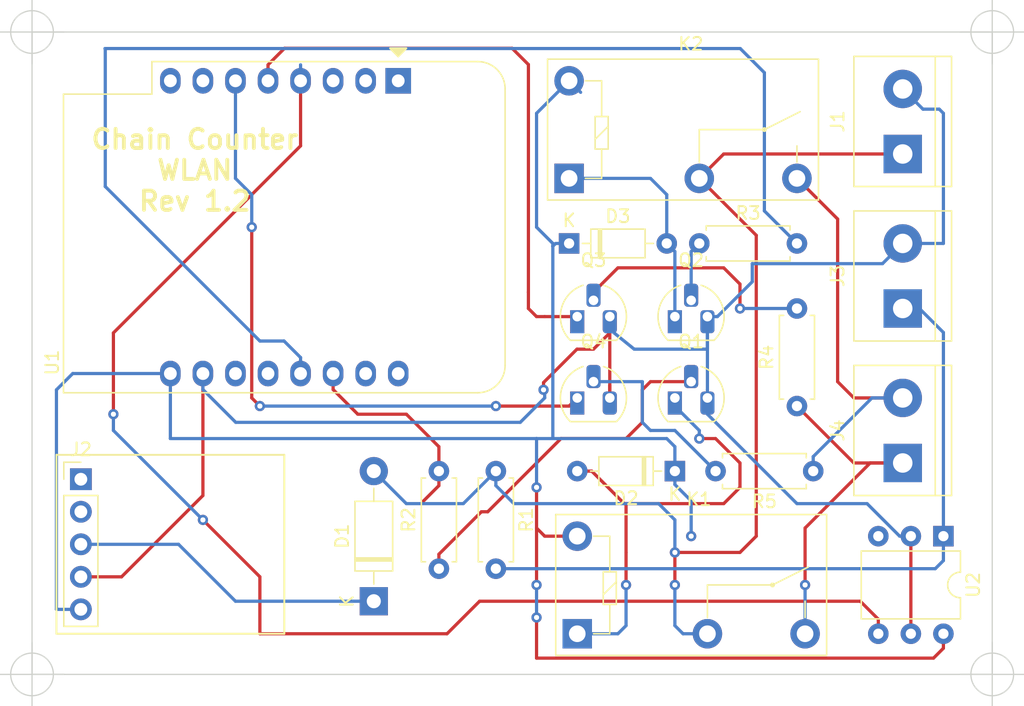
<source format=kicad_pcb>
(kicad_pcb (version 20171130) (host pcbnew "(5.1.5)-3")

  (general
    (thickness 1.6)
    (drawings 15)
    (tracks 219)
    (zones 0)
    (modules 20)
    (nets 31)
  )

  (page A4)
  (layers
    (0 F.Cu signal)
    (31 B.Cu signal)
    (32 B.Adhes user)
    (33 F.Adhes user)
    (34 B.Paste user)
    (35 F.Paste user)
    (36 B.SilkS user)
    (37 F.SilkS user)
    (38 B.Mask user)
    (39 F.Mask user)
    (40 Dwgs.User user)
    (41 Cmts.User user)
    (42 Eco1.User user)
    (43 Eco2.User user)
    (44 Edge.Cuts user)
    (45 Margin user)
    (46 B.CrtYd user)
    (47 F.CrtYd user)
    (48 B.Fab user)
    (49 F.Fab user)
  )

  (setup
    (last_trace_width 0.25)
    (trace_clearance 0.2)
    (zone_clearance 0.508)
    (zone_45_only no)
    (trace_min 0.2)
    (via_size 0.8)
    (via_drill 0.4)
    (via_min_size 0.4)
    (via_min_drill 0.3)
    (uvia_size 0.3)
    (uvia_drill 0.1)
    (uvias_allowed no)
    (uvia_min_size 0.2)
    (uvia_min_drill 0.1)
    (edge_width 0.1)
    (segment_width 0.2)
    (pcb_text_width 0.3)
    (pcb_text_size 1.5 1.5)
    (mod_edge_width 0.15)
    (mod_text_size 1 1)
    (mod_text_width 0.15)
    (pad_size 1.524 1.524)
    (pad_drill 0.762)
    (pad_to_mask_clearance 0)
    (aux_axis_origin 94.615 98.425)
    (visible_elements 7FFFFFFF)
    (pcbplotparams
      (layerselection 0x010fc_ffffffff)
      (usegerberextensions false)
      (usegerberattributes false)
      (usegerberadvancedattributes false)
      (creategerberjobfile false)
      (excludeedgelayer true)
      (linewidth 0.100000)
      (plotframeref false)
      (viasonmask false)
      (mode 1)
      (useauxorigin false)
      (hpglpennumber 1)
      (hpglpenspeed 20)
      (hpglpendiameter 15.000000)
      (psnegative false)
      (psa4output false)
      (plotreference true)
      (plotvalue true)
      (plotinvisibletext false)
      (padsonsilk false)
      (subtractmaskfromsilk false)
      (outputformat 1)
      (mirror false)
      (drillshape 1)
      (scaleselection 1)
      (outputdirectory ""))
  )

  (net 0 "")
  (net 1 "Net-(D1-Pad1)")
  (net 2 "Net-(D2-Pad2)")
  (net 3 "Net-(D3-Pad2)")
  (net 4 "Net-(J3-Pad1)")
  (net 5 "Net-(J4-Pad2)")
  (net 6 "Net-(J4-Pad1)")
  (net 7 "Net-(Q1-Pad2)")
  (net 8 "Net-(Q2-Pad2)")
  (net 9 "Net-(Q3-Pad1)")
  (net 10 "Net-(Q3-Pad2)")
  (net 11 "Net-(Q4-Pad1)")
  (net 12 "Net-(Q4-Pad2)")
  (net 13 "Net-(R2-Pad2)")
  (net 14 "Net-(R3-Pad2)")
  (net 15 +12V)
  (net 16 +5V)
  (net 17 GND)
  (net 18 "Net-(J2-Pad2)")
  (net 19 "Net-(J2-Pad1)")
  (net 20 "Net-(U1-Pad16)")
  (net 21 "Net-(U1-Pad15)")
  (net 22 "Net-(U1-Pad8)")
  (net 23 "Net-(U1-Pad7)")
  (net 24 "Net-(U1-Pad3)")
  (net 25 "Net-(U1-Pad1)")
  (net 26 "Net-(U1-Pad2)")
  (net 27 "Net-(U2-Pad3)")
  (net 28 "Net-(U1-Pad12)")
  (net 29 "Net-(U1-Pad11)")
  (net 30 "Net-(U1-Pad4)")

  (net_class Default "Dies ist die voreingestellte Netzklasse."
    (clearance 0.2)
    (trace_width 0.25)
    (via_dia 0.8)
    (via_drill 0.4)
    (uvia_dia 0.3)
    (uvia_drill 0.1)
    (add_net +12V)
    (add_net +5V)
    (add_net GND)
    (add_net "Net-(D1-Pad1)")
    (add_net "Net-(D2-Pad2)")
    (add_net "Net-(D3-Pad2)")
    (add_net "Net-(J2-Pad1)")
    (add_net "Net-(J2-Pad2)")
    (add_net "Net-(J3-Pad1)")
    (add_net "Net-(J4-Pad1)")
    (add_net "Net-(J4-Pad2)")
    (add_net "Net-(Q1-Pad2)")
    (add_net "Net-(Q2-Pad2)")
    (add_net "Net-(Q3-Pad1)")
    (add_net "Net-(Q3-Pad2)")
    (add_net "Net-(Q4-Pad1)")
    (add_net "Net-(Q4-Pad2)")
    (add_net "Net-(R2-Pad2)")
    (add_net "Net-(R3-Pad2)")
    (add_net "Net-(U1-Pad1)")
    (add_net "Net-(U1-Pad11)")
    (add_net "Net-(U1-Pad12)")
    (add_net "Net-(U1-Pad15)")
    (add_net "Net-(U1-Pad16)")
    (add_net "Net-(U1-Pad2)")
    (add_net "Net-(U1-Pad3)")
    (add_net "Net-(U1-Pad4)")
    (add_net "Net-(U1-Pad7)")
    (add_net "Net-(U1-Pad8)")
    (add_net "Net-(U2-Pad3)")
  )

  (module Package_TO_SOT_THT:TO-92_HandSolder (layer F.Cu) (tedit 5A282C46) (tstamp 5F9F5B69)
    (at 137.16 76.835)
    (descr "TO-92 leads molded, narrow, drill 0.75mm, handsoldering variant with enlarged pads (see NXP sot054_po.pdf)")
    (tags "to-92 sc-43 sc-43a sot54 PA33 transistor")
    (path /5E484107)
    (fp_text reference Q4 (at 1.27 -4.4) (layer F.SilkS)
      (effects (font (size 1 1) (thickness 0.15)))
    )
    (fp_text value BC337 (at 1.27 2.79) (layer F.Fab)
      (effects (font (size 1 1) (thickness 0.15)))
    )
    (fp_arc (start 1.27 0) (end 2.05 -2.45) (angle 117.6433766) (layer F.SilkS) (width 0.12))
    (fp_arc (start 1.27 0) (end 1.27 -2.48) (angle -135) (layer F.Fab) (width 0.1))
    (fp_arc (start 1.27 0) (end 0.45 -2.45) (angle -116.9632683) (layer F.SilkS) (width 0.12))
    (fp_arc (start 1.27 0) (end 1.27 -2.48) (angle 135) (layer F.Fab) (width 0.1))
    (fp_line (start 4 2.01) (end -1.46 2.01) (layer F.CrtYd) (width 0.05))
    (fp_line (start 4 2.01) (end 4 -3.05) (layer F.CrtYd) (width 0.05))
    (fp_line (start -1.45 -3.05) (end -1.46 2.01) (layer F.CrtYd) (width 0.05))
    (fp_line (start -1.46 -3.05) (end 4 -3.05) (layer F.CrtYd) (width 0.05))
    (fp_line (start -0.5 1.75) (end 3 1.75) (layer F.Fab) (width 0.1))
    (fp_line (start -0.53 1.85) (end 3.07 1.85) (layer F.SilkS) (width 0.12))
    (fp_text user %R (at 1.27 -4.4) (layer F.Fab)
      (effects (font (size 1 1) (thickness 0.15)))
    )
    (pad 1 thru_hole rect (at 0 0) (size 1.1 1.8) (drill 0.75 (offset 0 0.4)) (layers *.Cu *.Mask)
      (net 11 "Net-(Q4-Pad1)"))
    (pad 3 thru_hole roundrect (at 2.54 0) (size 1.1 1.8) (drill 0.75 (offset 0 0.4)) (layers *.Cu *.Mask) (roundrect_rratio 0.25)
      (net 17 GND))
    (pad 2 thru_hole roundrect (at 1.27 -1.27) (size 1.1 1.8) (drill 0.75 (offset 0 -0.4)) (layers *.Cu *.Mask) (roundrect_rratio 0.25)
      (net 12 "Net-(Q4-Pad2)"))
    (model ${KISYS3DMOD}/Package_TO_SOT_THT.3dshapes/TO-92.wrl
      (at (xyz 0 0 0))
      (scale (xyz 1 1 1))
      (rotate (xyz 0 0 0))
    )
  )

  (module Package_TO_SOT_THT:TO-92_HandSolder (layer F.Cu) (tedit 5A282C46) (tstamp 5F9F5B45)
    (at 144.78 70.485)
    (descr "TO-92 leads molded, narrow, drill 0.75mm, handsoldering variant with enlarged pads (see NXP sot054_po.pdf)")
    (tags "to-92 sc-43 sc-43a sot54 PA33 transistor")
    (path /5E42C529)
    (fp_text reference Q2 (at 1.27 -4.4) (layer F.SilkS)
      (effects (font (size 1 1) (thickness 0.15)))
    )
    (fp_text value BC337 (at 1.27 2.79) (layer F.Fab)
      (effects (font (size 1 1) (thickness 0.15)))
    )
    (fp_arc (start 1.27 0) (end 2.05 -2.45) (angle 117.6433766) (layer F.SilkS) (width 0.12))
    (fp_arc (start 1.27 0) (end 1.27 -2.48) (angle -135) (layer F.Fab) (width 0.1))
    (fp_arc (start 1.27 0) (end 0.45 -2.45) (angle -116.9632683) (layer F.SilkS) (width 0.12))
    (fp_arc (start 1.27 0) (end 1.27 -2.48) (angle 135) (layer F.Fab) (width 0.1))
    (fp_line (start 4 2.01) (end -1.46 2.01) (layer F.CrtYd) (width 0.05))
    (fp_line (start 4 2.01) (end 4 -3.05) (layer F.CrtYd) (width 0.05))
    (fp_line (start -1.45 -3.05) (end -1.46 2.01) (layer F.CrtYd) (width 0.05))
    (fp_line (start -1.46 -3.05) (end 4 -3.05) (layer F.CrtYd) (width 0.05))
    (fp_line (start -0.5 1.75) (end 3 1.75) (layer F.Fab) (width 0.1))
    (fp_line (start -0.53 1.85) (end 3.07 1.85) (layer F.SilkS) (width 0.12))
    (fp_text user %R (at 1.27 -4.4) (layer F.Fab)
      (effects (font (size 1 1) (thickness 0.15)))
    )
    (pad 1 thru_hole rect (at 0 0) (size 1.1 1.8) (drill 0.75 (offset 0 0.4)) (layers *.Cu *.Mask)
      (net 3 "Net-(D3-Pad2)"))
    (pad 3 thru_hole roundrect (at 2.54 0) (size 1.1 1.8) (drill 0.75 (offset 0 0.4)) (layers *.Cu *.Mask) (roundrect_rratio 0.25)
      (net 17 GND))
    (pad 2 thru_hole roundrect (at 1.27 -1.27) (size 1.1 1.8) (drill 0.75 (offset 0 -0.4)) (layers *.Cu *.Mask) (roundrect_rratio 0.25)
      (net 8 "Net-(Q2-Pad2)"))
    (model ${KISYS3DMOD}/Package_TO_SOT_THT.3dshapes/TO-92.wrl
      (at (xyz 0 0 0))
      (scale (xyz 1 1 1))
      (rotate (xyz 0 0 0))
    )
  )

  (module Package_TO_SOT_THT:TO-92_HandSolder (layer F.Cu) (tedit 5A282C46) (tstamp 5F9F5B57)
    (at 137.16 70.485)
    (descr "TO-92 leads molded, narrow, drill 0.75mm, handsoldering variant with enlarged pads (see NXP sot054_po.pdf)")
    (tags "to-92 sc-43 sc-43a sot54 PA33 transistor")
    (path /5E480F7F)
    (fp_text reference Q3 (at 1.27 -4.4) (layer F.SilkS)
      (effects (font (size 1 1) (thickness 0.15)))
    )
    (fp_text value BC337 (at 1.27 2.79) (layer F.Fab)
      (effects (font (size 1 1) (thickness 0.15)))
    )
    (fp_arc (start 1.27 0) (end 2.05 -2.45) (angle 117.6433766) (layer F.SilkS) (width 0.12))
    (fp_arc (start 1.27 0) (end 1.27 -2.48) (angle -135) (layer F.Fab) (width 0.1))
    (fp_arc (start 1.27 0) (end 0.45 -2.45) (angle -116.9632683) (layer F.SilkS) (width 0.12))
    (fp_arc (start 1.27 0) (end 1.27 -2.48) (angle 135) (layer F.Fab) (width 0.1))
    (fp_line (start 4 2.01) (end -1.46 2.01) (layer F.CrtYd) (width 0.05))
    (fp_line (start 4 2.01) (end 4 -3.05) (layer F.CrtYd) (width 0.05))
    (fp_line (start -1.45 -3.05) (end -1.46 2.01) (layer F.CrtYd) (width 0.05))
    (fp_line (start -1.46 -3.05) (end 4 -3.05) (layer F.CrtYd) (width 0.05))
    (fp_line (start -0.5 1.75) (end 3 1.75) (layer F.Fab) (width 0.1))
    (fp_line (start -0.53 1.85) (end 3.07 1.85) (layer F.SilkS) (width 0.12))
    (fp_text user %R (at 1.27 -4.4) (layer F.Fab)
      (effects (font (size 1 1) (thickness 0.15)))
    )
    (pad 1 thru_hole rect (at 0 0) (size 1.1 1.8) (drill 0.75 (offset 0 0.4)) (layers *.Cu *.Mask)
      (net 9 "Net-(Q3-Pad1)"))
    (pad 3 thru_hole roundrect (at 2.54 0) (size 1.1 1.8) (drill 0.75 (offset 0 0.4)) (layers *.Cu *.Mask) (roundrect_rratio 0.25)
      (net 17 GND))
    (pad 2 thru_hole roundrect (at 1.27 -1.27) (size 1.1 1.8) (drill 0.75 (offset 0 -0.4)) (layers *.Cu *.Mask) (roundrect_rratio 0.25)
      (net 10 "Net-(Q3-Pad2)"))
    (model ${KISYS3DMOD}/Package_TO_SOT_THT.3dshapes/TO-92.wrl
      (at (xyz 0 0 0))
      (scale (xyz 1 1 1))
      (rotate (xyz 0 0 0))
    )
  )

  (module Package_TO_SOT_THT:TO-92_HandSolder (layer F.Cu) (tedit 5A282C46) (tstamp 5F9FD2F5)
    (at 144.78 76.835)
    (descr "TO-92 leads molded, narrow, drill 0.75mm, handsoldering variant with enlarged pads (see NXP sot054_po.pdf)")
    (tags "to-92 sc-43 sc-43a sot54 PA33 transistor")
    (path /5E42A3F8)
    (fp_text reference Q1 (at 1.27 -4.4) (layer F.SilkS)
      (effects (font (size 1 1) (thickness 0.15)))
    )
    (fp_text value BC337 (at 1.27 2.79) (layer F.Fab)
      (effects (font (size 1 1) (thickness 0.15)))
    )
    (fp_arc (start 1.27 0) (end 2.05 -2.45) (angle 117.6433766) (layer F.SilkS) (width 0.12))
    (fp_arc (start 1.27 0) (end 1.27 -2.48) (angle -135) (layer F.Fab) (width 0.1))
    (fp_arc (start 1.27 0) (end 0.45 -2.45) (angle -116.9632683) (layer F.SilkS) (width 0.12))
    (fp_arc (start 1.27 0) (end 1.27 -2.48) (angle 135) (layer F.Fab) (width 0.1))
    (fp_line (start 4 2.01) (end -1.46 2.01) (layer F.CrtYd) (width 0.05))
    (fp_line (start 4 2.01) (end 4 -3.05) (layer F.CrtYd) (width 0.05))
    (fp_line (start -1.45 -3.05) (end -1.46 2.01) (layer F.CrtYd) (width 0.05))
    (fp_line (start -1.46 -3.05) (end 4 -3.05) (layer F.CrtYd) (width 0.05))
    (fp_line (start -0.5 1.75) (end 3 1.75) (layer F.Fab) (width 0.1))
    (fp_line (start -0.53 1.85) (end 3.07 1.85) (layer F.SilkS) (width 0.12))
    (fp_text user %R (at 1.27 -4.4) (layer F.Fab)
      (effects (font (size 1 1) (thickness 0.15)))
    )
    (pad 1 thru_hole rect (at 0 0) (size 1.1 1.8) (drill 0.75 (offset 0 0.4)) (layers *.Cu *.Mask)
      (net 2 "Net-(D2-Pad2)"))
    (pad 3 thru_hole roundrect (at 2.54 0) (size 1.1 1.8) (drill 0.75 (offset 0 0.4)) (layers *.Cu *.Mask) (roundrect_rratio 0.25)
      (net 17 GND))
    (pad 2 thru_hole roundrect (at 1.27 -1.27) (size 1.1 1.8) (drill 0.75 (offset 0 -0.4)) (layers *.Cu *.Mask) (roundrect_rratio 0.25)
      (net 7 "Net-(Q1-Pad2)"))
    (model ${KISYS3DMOD}/Package_TO_SOT_THT.3dshapes/TO-92.wrl
      (at (xyz 0 0 0))
      (scale (xyz 1 1 1))
      (rotate (xyz 0 0 0))
    )
  )

  (module TerminalBlock:TerminalBlock_bornier-2_P5.08mm (layer F.Cu) (tedit 59FF03AB) (tstamp 5F9F5AD7)
    (at 162.56 81.915 90)
    (descr "simple 2-pin terminal block, pitch 5.08mm, revamped version of bornier2")
    (tags "terminal block bornier2")
    (path /5FA1DE1C)
    (fp_text reference J4 (at 2.54 -5.08 90) (layer F.SilkS)
      (effects (font (size 1 1) (thickness 0.15)))
    )
    (fp_text value "Chain Sw." (at 2.54 5.08 90) (layer F.Fab)
      (effects (font (size 1 1) (thickness 0.15)))
    )
    (fp_line (start 7.79 4) (end -2.71 4) (layer F.CrtYd) (width 0.05))
    (fp_line (start 7.79 4) (end 7.79 -4) (layer F.CrtYd) (width 0.05))
    (fp_line (start -2.71 -4) (end -2.71 4) (layer F.CrtYd) (width 0.05))
    (fp_line (start -2.71 -4) (end 7.79 -4) (layer F.CrtYd) (width 0.05))
    (fp_line (start -2.54 3.81) (end 7.62 3.81) (layer F.SilkS) (width 0.12))
    (fp_line (start -2.54 -3.81) (end -2.54 3.81) (layer F.SilkS) (width 0.12))
    (fp_line (start 7.62 -3.81) (end -2.54 -3.81) (layer F.SilkS) (width 0.12))
    (fp_line (start 7.62 3.81) (end 7.62 -3.81) (layer F.SilkS) (width 0.12))
    (fp_line (start 7.62 2.54) (end -2.54 2.54) (layer F.SilkS) (width 0.12))
    (fp_line (start 7.54 -3.75) (end -2.46 -3.75) (layer F.Fab) (width 0.1))
    (fp_line (start 7.54 3.75) (end 7.54 -3.75) (layer F.Fab) (width 0.1))
    (fp_line (start -2.46 3.75) (end 7.54 3.75) (layer F.Fab) (width 0.1))
    (fp_line (start -2.46 -3.75) (end -2.46 3.75) (layer F.Fab) (width 0.1))
    (fp_line (start -2.41 2.55) (end 7.49 2.55) (layer F.Fab) (width 0.1))
    (fp_text user %R (at 2.54 0 90) (layer F.Fab)
      (effects (font (size 1 1) (thickness 0.15)))
    )
    (pad 2 thru_hole circle (at 5.08 0 90) (size 3 3) (drill 1.52) (layers *.Cu *.Mask)
      (net 5 "Net-(J4-Pad2)"))
    (pad 1 thru_hole rect (at 0 0 90) (size 3 3) (drill 1.52) (layers *.Cu *.Mask)
      (net 6 "Net-(J4-Pad1)"))
    (model ${KISYS3DMOD}/TerminalBlock.3dshapes/TerminalBlock_bornier-2_P5.08mm.wrl
      (offset (xyz 2.539999961853027 0 0))
      (scale (xyz 1 1 1))
      (rotate (xyz 0 0 0))
    )
  )

  (module TerminalBlock:TerminalBlock_bornier-2_P5.08mm (layer F.Cu) (tedit 59FF03AB) (tstamp 5F9F5AB6)
    (at 162.56 69.85 90)
    (descr "simple 2-pin terminal block, pitch 5.08mm, revamped version of bornier2")
    (tags "terminal block bornier2")
    (path /5FA14FA2)
    (fp_text reference J3 (at 2.54 -5.08 90) (layer F.SilkS)
      (effects (font (size 1 1) (thickness 0.15)))
    )
    (fp_text value "Chain Sens." (at 2.54 5.08 90) (layer F.Fab)
      (effects (font (size 1 1) (thickness 0.15)))
    )
    (fp_line (start 7.79 4) (end -2.71 4) (layer F.CrtYd) (width 0.05))
    (fp_line (start 7.79 4) (end 7.79 -4) (layer F.CrtYd) (width 0.05))
    (fp_line (start -2.71 -4) (end -2.71 4) (layer F.CrtYd) (width 0.05))
    (fp_line (start -2.71 -4) (end 7.79 -4) (layer F.CrtYd) (width 0.05))
    (fp_line (start -2.54 3.81) (end 7.62 3.81) (layer F.SilkS) (width 0.12))
    (fp_line (start -2.54 -3.81) (end -2.54 3.81) (layer F.SilkS) (width 0.12))
    (fp_line (start 7.62 -3.81) (end -2.54 -3.81) (layer F.SilkS) (width 0.12))
    (fp_line (start 7.62 3.81) (end 7.62 -3.81) (layer F.SilkS) (width 0.12))
    (fp_line (start 7.62 2.54) (end -2.54 2.54) (layer F.SilkS) (width 0.12))
    (fp_line (start 7.54 -3.75) (end -2.46 -3.75) (layer F.Fab) (width 0.1))
    (fp_line (start 7.54 3.75) (end 7.54 -3.75) (layer F.Fab) (width 0.1))
    (fp_line (start -2.46 3.75) (end 7.54 3.75) (layer F.Fab) (width 0.1))
    (fp_line (start -2.46 -3.75) (end -2.46 3.75) (layer F.Fab) (width 0.1))
    (fp_line (start -2.41 2.55) (end 7.49 2.55) (layer F.Fab) (width 0.1))
    (fp_text user %R (at 2.54 0 90) (layer F.Fab)
      (effects (font (size 1 1) (thickness 0.15)))
    )
    (pad 2 thru_hole circle (at 5.08 0 90) (size 3 3) (drill 1.52) (layers *.Cu *.Mask)
      (net 17 GND))
    (pad 1 thru_hole rect (at 0 0 90) (size 3 3) (drill 1.52) (layers *.Cu *.Mask)
      (net 4 "Net-(J3-Pad1)"))
    (model ${KISYS3DMOD}/TerminalBlock.3dshapes/TerminalBlock_bornier-2_P5.08mm.wrl
      (offset (xyz 2.539999961853027 0 0))
      (scale (xyz 1 1 1))
      (rotate (xyz 0 0 0))
    )
  )

  (module TerminalBlock:TerminalBlock_bornier-2_P5.08mm (layer F.Cu) (tedit 59FF03AB) (tstamp 5F9F5A7C)
    (at 162.56 57.785 90)
    (descr "simple 2-pin terminal block, pitch 5.08mm, revamped version of bornier2")
    (tags "terminal block bornier2")
    (path /5FA06C5A)
    (fp_text reference J1 (at 2.54 -5.08 90) (layer F.SilkS)
      (effects (font (size 1 1) (thickness 0.15)))
    )
    (fp_text value Power (at 2.54 5.08 90) (layer F.Fab)
      (effects (font (size 1 1) (thickness 0.15)))
    )
    (fp_line (start 7.79 4) (end -2.71 4) (layer F.CrtYd) (width 0.05))
    (fp_line (start 7.79 4) (end 7.79 -4) (layer F.CrtYd) (width 0.05))
    (fp_line (start -2.71 -4) (end -2.71 4) (layer F.CrtYd) (width 0.05))
    (fp_line (start -2.71 -4) (end 7.79 -4) (layer F.CrtYd) (width 0.05))
    (fp_line (start -2.54 3.81) (end 7.62 3.81) (layer F.SilkS) (width 0.12))
    (fp_line (start -2.54 -3.81) (end -2.54 3.81) (layer F.SilkS) (width 0.12))
    (fp_line (start 7.62 -3.81) (end -2.54 -3.81) (layer F.SilkS) (width 0.12))
    (fp_line (start 7.62 3.81) (end 7.62 -3.81) (layer F.SilkS) (width 0.12))
    (fp_line (start 7.62 2.54) (end -2.54 2.54) (layer F.SilkS) (width 0.12))
    (fp_line (start 7.54 -3.75) (end -2.46 -3.75) (layer F.Fab) (width 0.1))
    (fp_line (start 7.54 3.75) (end 7.54 -3.75) (layer F.Fab) (width 0.1))
    (fp_line (start -2.46 3.75) (end 7.54 3.75) (layer F.Fab) (width 0.1))
    (fp_line (start -2.46 -3.75) (end -2.46 3.75) (layer F.Fab) (width 0.1))
    (fp_line (start -2.41 2.55) (end 7.49 2.55) (layer F.Fab) (width 0.1))
    (fp_text user %R (at 2.54 0 90) (layer F.Fab)
      (effects (font (size 1 1) (thickness 0.15)))
    )
    (pad 2 thru_hole circle (at 5.08 0 90) (size 3 3) (drill 1.52) (layers *.Cu *.Mask)
      (net 17 GND))
    (pad 1 thru_hole rect (at 0 0 90) (size 3 3) (drill 1.52) (layers *.Cu *.Mask)
      (net 15 +12V))
    (model ${KISYS3DMOD}/TerminalBlock.3dshapes/TerminalBlock_bornier-2_P5.08mm.wrl
      (offset (xyz 2.539999961853027 0 0))
      (scale (xyz 1 1 1))
      (rotate (xyz 0 0 0))
    )
  )

  (module Relay_THT:Relay_SPST_Omron-G5Q-1A (layer F.Cu) (tedit 5AE38B4B) (tstamp 5F9F5AFC)
    (at 137.16 95.25)
    (descr "Relay SPST-NO Omron Serie G5Q, http://omronfs.omron.com/en_US/ecb/products/pdf/en-g5q.pdf")
    (tags "Relay SPST-NO Omron Serie G5Q")
    (path /5FA06E74)
    (fp_text reference K1 (at 9.5 -10.5 180) (layer F.SilkS)
      (effects (font (size 1 1) (thickness 0.15)))
    )
    (fp_text value G5Q-1A (at 8.8 3 180) (layer F.Fab)
      (effects (font (size 1 1) (thickness 0.15)))
    )
    (fp_circle (center 15.24 -3.81) (end 15.24 -3.68) (layer F.SilkS) (width 0.12))
    (fp_line (start -1.68 -9.31) (end 19.46 -9.31) (layer F.SilkS) (width 0.12))
    (fp_line (start -1.68 1.69) (end -1.68 -9.31) (layer F.SilkS) (width 0.12))
    (fp_line (start 19.46 1.69) (end 19.46 -9.31) (layer F.SilkS) (width 0.12))
    (fp_line (start -1.68 1.69) (end 19.46 1.69) (layer F.SilkS) (width 0.12))
    (fp_line (start 3.05 -2.29) (end 2.54 -2.29) (layer F.SilkS) (width 0.12))
    (fp_line (start 3.05 -4.83) (end 3.05 -2.29) (layer F.SilkS) (width 0.12))
    (fp_line (start 2.54 -4.83) (end 3.05 -4.83) (layer F.SilkS) (width 0.12))
    (fp_line (start 2.03 -4.83) (end 2.54 -4.83) (layer F.SilkS) (width 0.12))
    (fp_line (start 2.03 -2.29) (end 2.03 -4.83) (layer F.SilkS) (width 0.12))
    (fp_line (start 2.54 -2.29) (end 2.03 -2.29) (layer F.SilkS) (width 0.12))
    (fp_line (start 1.27 0) (end 2.54 0) (layer F.SilkS) (width 0.12))
    (fp_line (start 2.54 0) (end 2.54 -2.29) (layer F.SilkS) (width 0.12))
    (fp_line (start 2.54 -4.83) (end 2.54 -7.62) (layer F.SilkS) (width 0.12))
    (fp_line (start 2.54 -7.62) (end 1.27 -7.62) (layer F.SilkS) (width 0.12))
    (fp_line (start 2.03 -3.05) (end 3.05 -4.06) (layer F.SilkS) (width 0.12))
    (fp_line (start 10.16 -3.81) (end 15.24 -3.81) (layer F.SilkS) (width 0.12))
    (fp_line (start 10.16 -1.27) (end 10.16 -3.81) (layer F.SilkS) (width 0.12))
    (fp_line (start 17.78 -1.27) (end 17.78 -2.54) (layer F.SilkS) (width 0.12))
    (fp_line (start 15.24 -3.81) (end 18.03 -5.21) (layer F.SilkS) (width 0.12))
    (fp_line (start -1.95 1.95) (end -1.95 -9.55) (layer F.CrtYd) (width 0.05))
    (fp_line (start 19.7 1.95) (end -1.95 1.95) (layer F.CrtYd) (width 0.05))
    (fp_line (start 19.7 -9.55) (end 19.7 1.95) (layer F.CrtYd) (width 0.05))
    (fp_line (start -1.95 -9.55) (end 19.7 -9.55) (layer F.CrtYd) (width 0.05))
    (fp_line (start -1.18 -8.81) (end 18.96 -8.81) (layer F.Fab) (width 0.1))
    (fp_line (start -1.18 1.19) (end -1.18 -8.81) (layer F.Fab) (width 0.1))
    (fp_line (start 18.96 1.19) (end -1.18 1.19) (layer F.Fab) (width 0.1))
    (fp_line (start 18.96 -8.81) (end 18.96 1.19) (layer F.Fab) (width 0.1))
    (fp_line (start 0 -1) (end 0 -6.5) (layer F.Fab) (width 0.1))
    (fp_text user %R (at 9.6 -4.5) (layer F.Fab)
      (effects (font (size 1 1) (thickness 0.15)))
    )
    (pad 5 thru_hole circle (at 0 -7.62 180) (size 2.3 2.3) (drill 1.3) (layers *.Cu *.Mask)
      (net 16 +5V))
    (pad 3 thru_hole circle (at 17.78 0 180) (size 2.3 2.3) (drill 1.3) (layers *.Cu *.Mask)
      (net 6 "Net-(J4-Pad1)"))
    (pad 2 thru_hole circle (at 10.16 0 180) (size 2.3 2.3) (drill 1.3) (layers *.Cu *.Mask)
      (net 15 +12V))
    (pad 1 thru_hole rect (at 0 0 180) (size 2.3 2.3) (drill 1.3) (layers *.Cu *.Mask)
      (net 2 "Net-(D2-Pad2)"))
    (model ${KISYS3DMOD}/Relay_THT.3dshapes/Relay_SPST_Omron-G5Q-1A.wrl
      (at (xyz 0 0 0))
      (scale (xyz 1 1 1))
      (rotate (xyz 0 0 0))
    )
  )

  (module Relay_THT:Relay_SPST_Omron-G5Q-1A (layer F.Cu) (tedit 5AE38B4B) (tstamp 5FA0666D)
    (at 136.525 59.69)
    (descr "Relay SPST-NO Omron Serie G5Q, http://omronfs.omron.com/en_US/ecb/products/pdf/en-g5q.pdf")
    (tags "Relay SPST-NO Omron Serie G5Q")
    (path /5FA0AED6)
    (fp_text reference K2 (at 9.5 -10.5 180) (layer F.SilkS)
      (effects (font (size 1 1) (thickness 0.15)))
    )
    (fp_text value G5Q-1A (at 8.8 3 180) (layer F.Fab)
      (effects (font (size 1 1) (thickness 0.15)))
    )
    (fp_circle (center 15.24 -3.81) (end 15.24 -3.68) (layer F.SilkS) (width 0.12))
    (fp_line (start -1.68 -9.31) (end 19.46 -9.31) (layer F.SilkS) (width 0.12))
    (fp_line (start -1.68 1.69) (end -1.68 -9.31) (layer F.SilkS) (width 0.12))
    (fp_line (start 19.46 1.69) (end 19.46 -9.31) (layer F.SilkS) (width 0.12))
    (fp_line (start -1.68 1.69) (end 19.46 1.69) (layer F.SilkS) (width 0.12))
    (fp_line (start 3.05 -2.29) (end 2.54 -2.29) (layer F.SilkS) (width 0.12))
    (fp_line (start 3.05 -4.83) (end 3.05 -2.29) (layer F.SilkS) (width 0.12))
    (fp_line (start 2.54 -4.83) (end 3.05 -4.83) (layer F.SilkS) (width 0.12))
    (fp_line (start 2.03 -4.83) (end 2.54 -4.83) (layer F.SilkS) (width 0.12))
    (fp_line (start 2.03 -2.29) (end 2.03 -4.83) (layer F.SilkS) (width 0.12))
    (fp_line (start 2.54 -2.29) (end 2.03 -2.29) (layer F.SilkS) (width 0.12))
    (fp_line (start 1.27 0) (end 2.54 0) (layer F.SilkS) (width 0.12))
    (fp_line (start 2.54 0) (end 2.54 -2.29) (layer F.SilkS) (width 0.12))
    (fp_line (start 2.54 -4.83) (end 2.54 -7.62) (layer F.SilkS) (width 0.12))
    (fp_line (start 2.54 -7.62) (end 1.27 -7.62) (layer F.SilkS) (width 0.12))
    (fp_line (start 2.03 -3.05) (end 3.05 -4.06) (layer F.SilkS) (width 0.12))
    (fp_line (start 10.16 -3.81) (end 15.24 -3.81) (layer F.SilkS) (width 0.12))
    (fp_line (start 10.16 -1.27) (end 10.16 -3.81) (layer F.SilkS) (width 0.12))
    (fp_line (start 17.78 -1.27) (end 17.78 -2.54) (layer F.SilkS) (width 0.12))
    (fp_line (start 15.24 -3.81) (end 18.03 -5.21) (layer F.SilkS) (width 0.12))
    (fp_line (start -1.95 1.95) (end -1.95 -9.55) (layer F.CrtYd) (width 0.05))
    (fp_line (start 19.7 1.95) (end -1.95 1.95) (layer F.CrtYd) (width 0.05))
    (fp_line (start 19.7 -9.55) (end 19.7 1.95) (layer F.CrtYd) (width 0.05))
    (fp_line (start -1.95 -9.55) (end 19.7 -9.55) (layer F.CrtYd) (width 0.05))
    (fp_line (start -1.18 -8.81) (end 18.96 -8.81) (layer F.Fab) (width 0.1))
    (fp_line (start -1.18 1.19) (end -1.18 -8.81) (layer F.Fab) (width 0.1))
    (fp_line (start 18.96 1.19) (end -1.18 1.19) (layer F.Fab) (width 0.1))
    (fp_line (start 18.96 -8.81) (end 18.96 1.19) (layer F.Fab) (width 0.1))
    (fp_line (start 0 -1) (end 0 -6.5) (layer F.Fab) (width 0.1))
    (fp_text user %R (at 9.6 -4.5) (layer F.Fab)
      (effects (font (size 1 1) (thickness 0.15)))
    )
    (pad 5 thru_hole circle (at 0 -7.62 180) (size 2.3 2.3) (drill 1.3) (layers *.Cu *.Mask)
      (net 16 +5V))
    (pad 3 thru_hole circle (at 17.78 0 180) (size 2.3 2.3) (drill 1.3) (layers *.Cu *.Mask)
      (net 5 "Net-(J4-Pad2)"))
    (pad 2 thru_hole circle (at 10.16 0 180) (size 2.3 2.3) (drill 1.3) (layers *.Cu *.Mask)
      (net 15 +12V))
    (pad 1 thru_hole rect (at 0 0 180) (size 2.3 2.3) (drill 1.3) (layers *.Cu *.Mask)
      (net 3 "Net-(D3-Pad2)"))
    (model ${KISYS3DMOD}/Relay_THT.3dshapes/Relay_SPST_Omron-G5Q-1A.wrl
      (at (xyz 0 0 0))
      (scale (xyz 1 1 1))
      (rotate (xyz 0 0 0))
    )
  )

  (module Module:WEMOS_D1_mini_light (layer F.Cu) (tedit 5BBFB1CE) (tstamp 5F9F5C17)
    (at 123.19 52.07 270)
    (descr "16-pin module, column spacing 22.86 mm (900 mils), https://wiki.wemos.cc/products:d1:d1_mini, https://c1.staticflickr.com/1/734/31400410271_f278b087db_z.jpg")
    (tags "ESP8266 WiFi microcontroller")
    (path /5F9FEC87)
    (fp_text reference U1 (at 22 27 90) (layer F.SilkS)
      (effects (font (size 1 1) (thickness 0.15)))
    )
    (fp_text value WeMos_D1_mini (at 11.7 0 90) (layer F.Fab)
      (effects (font (size 1 1) (thickness 0.15)))
    )
    (fp_text user "No copper" (at 11.43 -3.81 90) (layer Cmts.User)
      (effects (font (size 1 1) (thickness 0.15)))
    )
    (fp_text user "KEEP OUT" (at 11.43 -6.35 90) (layer Cmts.User)
      (effects (font (size 1 1) (thickness 0.15)))
    )
    (fp_arc (start 22.23 -6.21) (end 24.36 -6.21) (angle -90) (layer F.SilkS) (width 0.12))
    (fp_arc (start 0.63 -6.21) (end 0.63 -8.34) (angle -90) (layer F.SilkS) (width 0.12))
    (fp_line (start 1.04 19.22) (end 1.04 26.12) (layer F.SilkS) (width 0.12))
    (fp_line (start -1.5 19.22) (end 1.04 19.22) (layer F.SilkS) (width 0.12))
    (fp_arc (start 22.23 -6.21) (end 24.23 -6.19) (angle -90) (layer F.Fab) (width 0.1))
    (fp_arc (start 0.63 -6.21) (end 0.63 -8.21) (angle -90) (layer F.Fab) (width 0.1))
    (fp_line (start -0.37 0) (end -1.37 -1) (layer F.Fab) (width 0.1))
    (fp_line (start -1.37 1) (end -0.37 0) (layer F.Fab) (width 0.1))
    (fp_line (start -1.37 -6.21) (end -1.37 -1) (layer F.Fab) (width 0.1))
    (fp_line (start 1.17 19.09) (end 1.17 25.99) (layer F.Fab) (width 0.1))
    (fp_line (start -1.37 19.09) (end 1.17 19.09) (layer F.Fab) (width 0.1))
    (fp_line (start -1.35 -7.4) (end -0.55 -8.2) (layer Dwgs.User) (width 0.1))
    (fp_line (start -1.3 -5.45) (end 1.45 -8.2) (layer Dwgs.User) (width 0.1))
    (fp_line (start -1.35 -3.4) (end 3.45 -8.2) (layer Dwgs.User) (width 0.1))
    (fp_line (start 22.65 -1.4) (end 24.25 -3) (layer Dwgs.User) (width 0.1))
    (fp_line (start 20.65 -1.4) (end 24.25 -5) (layer Dwgs.User) (width 0.1))
    (fp_line (start 18.65 -1.4) (end 24.25 -7) (layer Dwgs.User) (width 0.1))
    (fp_line (start 16.65 -1.4) (end 23.45 -8.2) (layer Dwgs.User) (width 0.1))
    (fp_line (start 14.65 -1.4) (end 21.45 -8.2) (layer Dwgs.User) (width 0.1))
    (fp_line (start 12.65 -1.4) (end 19.45 -8.2) (layer Dwgs.User) (width 0.1))
    (fp_line (start 10.65 -1.4) (end 17.45 -8.2) (layer Dwgs.User) (width 0.1))
    (fp_line (start 8.65 -1.4) (end 15.45 -8.2) (layer Dwgs.User) (width 0.1))
    (fp_line (start 6.65 -1.4) (end 13.45 -8.2) (layer Dwgs.User) (width 0.1))
    (fp_line (start 4.65 -1.4) (end 11.45 -8.2) (layer Dwgs.User) (width 0.1))
    (fp_line (start 2.65 -1.4) (end 9.45 -8.2) (layer Dwgs.User) (width 0.1))
    (fp_line (start 0.65 -1.4) (end 7.45 -8.2) (layer Dwgs.User) (width 0.1))
    (fp_line (start -1.35 -1.4) (end 5.45 -8.2) (layer Dwgs.User) (width 0.1))
    (fp_line (start -1.35 -8.2) (end -1.35 -1.4) (layer Dwgs.User) (width 0.1))
    (fp_line (start 24.25 -8.2) (end -1.35 -8.2) (layer Dwgs.User) (width 0.1))
    (fp_line (start 24.25 -1.4) (end 24.25 -8.2) (layer Dwgs.User) (width 0.1))
    (fp_line (start -1.35 -1.4) (end 24.25 -1.4) (layer Dwgs.User) (width 0.1))
    (fp_poly (pts (xy -2.54 -0.635) (xy -2.54 0.635) (xy -1.905 0)) (layer F.SilkS) (width 0.15))
    (fp_line (start -1.62 26.24) (end -1.62 -8.46) (layer F.CrtYd) (width 0.05))
    (fp_line (start 24.48 26.24) (end -1.62 26.24) (layer F.CrtYd) (width 0.05))
    (fp_line (start 24.48 -8.41) (end 24.48 26.24) (layer F.CrtYd) (width 0.05))
    (fp_line (start -1.62 -8.46) (end 24.48 -8.46) (layer F.CrtYd) (width 0.05))
    (fp_text user %R (at 11.43 10 90) (layer F.Fab)
      (effects (font (size 1 1) (thickness 0.15)))
    )
    (fp_line (start -1.37 1) (end -1.37 19.09) (layer F.Fab) (width 0.1))
    (fp_line (start 22.23 -8.21) (end 0.63 -8.21) (layer F.Fab) (width 0.1))
    (fp_line (start 24.23 25.99) (end 24.23 -6.21) (layer F.Fab) (width 0.1))
    (fp_line (start 1.17 25.99) (end 24.23 25.99) (layer F.Fab) (width 0.1))
    (fp_line (start 22.24 -8.34) (end 0.63 -8.34) (layer F.SilkS) (width 0.12))
    (fp_line (start 24.36 26.12) (end 24.36 -6.21) (layer F.SilkS) (width 0.12))
    (fp_line (start -1.5 19.22) (end -1.5 -6.21) (layer F.SilkS) (width 0.12))
    (fp_line (start 1.04 26.12) (end 24.36 26.12) (layer F.SilkS) (width 0.12))
    (pad 16 thru_hole oval (at 22.86 0 270) (size 2 1.6) (drill 1) (layers *.Cu *.Mask)
      (net 20 "Net-(U1-Pad16)"))
    (pad 15 thru_hole oval (at 22.86 2.54 270) (size 2 1.6) (drill 1) (layers *.Cu *.Mask)
      (net 21 "Net-(U1-Pad15)"))
    (pad 14 thru_hole oval (at 22.86 5.08 270) (size 2 1.6) (drill 1) (layers *.Cu *.Mask)
      (net 13 "Net-(R2-Pad2)"))
    (pad 13 thru_hole oval (at 22.86 7.62 270) (size 2 1.6) (drill 1) (layers *.Cu *.Mask)
      (net 14 "Net-(R3-Pad2)"))
    (pad 12 thru_hole oval (at 22.86 10.16 270) (size 2 1.6) (drill 1) (layers *.Cu *.Mask)
      (net 28 "Net-(U1-Pad12)"))
    (pad 11 thru_hole oval (at 22.86 12.7 270) (size 2 1.6) (drill 1) (layers *.Cu *.Mask)
      (net 29 "Net-(U1-Pad11)"))
    (pad 10 thru_hole oval (at 22.86 15.24 270) (size 2 1.6) (drill 1) (layers *.Cu *.Mask)
      (net 17 GND))
    (pad 9 thru_hole oval (at 22.86 17.78 270) (size 2 1.6) (drill 1) (layers *.Cu *.Mask)
      (net 16 +5V))
    (pad 8 thru_hole oval (at 0 17.78 270) (size 2 1.6) (drill 1) (layers *.Cu *.Mask)
      (net 22 "Net-(U1-Pad8)"))
    (pad 7 thru_hole oval (at 0 15.24 270) (size 2 1.6) (drill 1) (layers *.Cu *.Mask)
      (net 23 "Net-(U1-Pad7)"))
    (pad 6 thru_hole oval (at 0 12.7 270) (size 2 1.6) (drill 1) (layers *.Cu *.Mask)
      (net 11 "Net-(Q4-Pad1)"))
    (pad 5 thru_hole oval (at 0 10.16 270) (size 2 1.6) (drill 1) (layers *.Cu *.Mask)
      (net 9 "Net-(Q3-Pad1)"))
    (pad 4 thru_hole oval (at 0 7.62 270) (size 2 1.6) (drill 1) (layers *.Cu *.Mask)
      (net 30 "Net-(U1-Pad4)"))
    (pad 3 thru_hole oval (at 0 5.08 270) (size 2 1.6) (drill 1) (layers *.Cu *.Mask)
      (net 24 "Net-(U1-Pad3)"))
    (pad 1 thru_hole rect (at 0 0 270) (size 2 2) (drill 1) (layers *.Cu *.Mask)
      (net 25 "Net-(U1-Pad1)"))
    (pad 2 thru_hole oval (at 0 2.54 270) (size 2 1.6) (drill 1) (layers *.Cu *.Mask)
      (net 26 "Net-(U1-Pad2)"))
    (model ${KISYS3DMOD}/Module.3dshapes/WEMOS_D1_mini_light.wrl
      (at (xyz 0 0 0))
      (scale (xyz 1 1 1))
      (rotate (xyz 0 0 0))
    )
    (model ${KISYS3DMOD}/Connector_PinHeader_2.54mm.3dshapes/PinHeader_1x08_P2.54mm_Vertical.wrl
      (offset (xyz 0 0 9.5))
      (scale (xyz 1 1 1))
      (rotate (xyz 0 -180 0))
    )
    (model ${KISYS3DMOD}/Connector_PinHeader_2.54mm.3dshapes/PinHeader_1x08_P2.54mm_Vertical.wrl
      (offset (xyz 22.86 0 9.5))
      (scale (xyz 1 1 1))
      (rotate (xyz 0 -180 0))
    )
    (model ${KISYS3DMOD}/Connector_PinSocket_2.54mm.3dshapes/PinSocket_1x08_P2.54mm_Vertical.wrl
      (at (xyz 0 0 0))
      (scale (xyz 1 1 1))
      (rotate (xyz 0 0 0))
    )
    (model ${KISYS3DMOD}/Connector_PinSocket_2.54mm.3dshapes/PinSocket_1x08_P2.54mm_Vertical.wrl
      (offset (xyz 22.86 0 0))
      (scale (xyz 1 1 1))
      (rotate (xyz 0 0 0))
    )
  )

  (module Package_DIP:DIP-6_W7.62mm (layer F.Cu) (tedit 5A02E8C5) (tstamp 5F9FCDE5)
    (at 165.735 87.63 270)
    (descr "6-lead though-hole mounted DIP package, row spacing 7.62 mm (300 mils)")
    (tags "THT DIP DIL PDIP 2.54mm 7.62mm 300mil")
    (path /5E1849BD)
    (fp_text reference U2 (at 3.81 -2.33 90) (layer F.SilkS)
      (effects (font (size 1 1) (thickness 0.15)))
    )
    (fp_text value H11L1 (at 3.81 7.41 90) (layer F.Fab)
      (effects (font (size 1 1) (thickness 0.15)))
    )
    (fp_text user %R (at 3.81 2.54 90) (layer F.Fab)
      (effects (font (size 1 1) (thickness 0.15)))
    )
    (fp_line (start 8.7 -1.55) (end -1.1 -1.55) (layer F.CrtYd) (width 0.05))
    (fp_line (start 8.7 6.6) (end 8.7 -1.55) (layer F.CrtYd) (width 0.05))
    (fp_line (start -1.1 6.6) (end 8.7 6.6) (layer F.CrtYd) (width 0.05))
    (fp_line (start -1.1 -1.55) (end -1.1 6.6) (layer F.CrtYd) (width 0.05))
    (fp_line (start 6.46 -1.33) (end 4.81 -1.33) (layer F.SilkS) (width 0.12))
    (fp_line (start 6.46 6.41) (end 6.46 -1.33) (layer F.SilkS) (width 0.12))
    (fp_line (start 1.16 6.41) (end 6.46 6.41) (layer F.SilkS) (width 0.12))
    (fp_line (start 1.16 -1.33) (end 1.16 6.41) (layer F.SilkS) (width 0.12))
    (fp_line (start 2.81 -1.33) (end 1.16 -1.33) (layer F.SilkS) (width 0.12))
    (fp_line (start 0.635 -0.27) (end 1.635 -1.27) (layer F.Fab) (width 0.1))
    (fp_line (start 0.635 6.35) (end 0.635 -0.27) (layer F.Fab) (width 0.1))
    (fp_line (start 6.985 6.35) (end 0.635 6.35) (layer F.Fab) (width 0.1))
    (fp_line (start 6.985 -1.27) (end 6.985 6.35) (layer F.Fab) (width 0.1))
    (fp_line (start 1.635 -1.27) (end 6.985 -1.27) (layer F.Fab) (width 0.1))
    (fp_arc (start 3.81 -1.33) (end 2.81 -1.33) (angle -180) (layer F.SilkS) (width 0.12))
    (pad 6 thru_hole oval (at 7.62 0 270) (size 1.6 1.6) (drill 0.8) (layers *.Cu *.Mask)
      (net 16 +5V))
    (pad 3 thru_hole oval (at 0 5.08 270) (size 1.6 1.6) (drill 0.8) (layers *.Cu *.Mask)
      (net 27 "Net-(U2-Pad3)"))
    (pad 5 thru_hole oval (at 7.62 2.54 270) (size 1.6 1.6) (drill 0.8) (layers *.Cu *.Mask)
      (net 17 GND))
    (pad 2 thru_hole oval (at 0 2.54 270) (size 1.6 1.6) (drill 0.8) (layers *.Cu *.Mask)
      (net 17 GND))
    (pad 4 thru_hole oval (at 7.62 5.08 270) (size 1.6 1.6) (drill 0.8) (layers *.Cu *.Mask)
      (net 30 "Net-(U1-Pad4)"))
    (pad 1 thru_hole rect (at 0 0 270) (size 1.6 1.6) (drill 0.8) (layers *.Cu *.Mask)
      (net 4 "Net-(J3-Pad1)"))
    (model ${KISYS3DMOD}/Package_DIP.3dshapes/DIP-6_W7.62mm.wrl
      (at (xyz 0 0 0))
      (scale (xyz 1 1 1))
      (rotate (xyz 0 0 0))
    )
  )

  (module Resistor_THT:R_Axial_DIN0207_L6.3mm_D2.5mm_P7.62mm_Horizontal (layer F.Cu) (tedit 5AE5139B) (tstamp 5F9FCE5A)
    (at 155.575 82.55 180)
    (descr "Resistor, Axial_DIN0207 series, Axial, Horizontal, pin pitch=7.62mm, 0.25W = 1/4W, length*diameter=6.3*2.5mm^2, http://cdn-reichelt.de/documents/datenblatt/B400/1_4W%23YAG.pdf")
    (tags "Resistor Axial_DIN0207 series Axial Horizontal pin pitch 7.62mm 0.25W = 1/4W length 6.3mm diameter 2.5mm")
    (path /5E48A85E)
    (fp_text reference R5 (at 3.81 -2.37) (layer F.SilkS)
      (effects (font (size 1 1) (thickness 0.15)))
    )
    (fp_text value 10K (at 3.81 2.37) (layer F.Fab)
      (effects (font (size 1 1) (thickness 0.15)))
    )
    (fp_text user %R (at 3.81 0) (layer F.Fab)
      (effects (font (size 1 1) (thickness 0.15)))
    )
    (fp_line (start 8.67 -1.5) (end -1.05 -1.5) (layer F.CrtYd) (width 0.05))
    (fp_line (start 8.67 1.5) (end 8.67 -1.5) (layer F.CrtYd) (width 0.05))
    (fp_line (start -1.05 1.5) (end 8.67 1.5) (layer F.CrtYd) (width 0.05))
    (fp_line (start -1.05 -1.5) (end -1.05 1.5) (layer F.CrtYd) (width 0.05))
    (fp_line (start 7.08 1.37) (end 7.08 1.04) (layer F.SilkS) (width 0.12))
    (fp_line (start 0.54 1.37) (end 7.08 1.37) (layer F.SilkS) (width 0.12))
    (fp_line (start 0.54 1.04) (end 0.54 1.37) (layer F.SilkS) (width 0.12))
    (fp_line (start 7.08 -1.37) (end 7.08 -1.04) (layer F.SilkS) (width 0.12))
    (fp_line (start 0.54 -1.37) (end 7.08 -1.37) (layer F.SilkS) (width 0.12))
    (fp_line (start 0.54 -1.04) (end 0.54 -1.37) (layer F.SilkS) (width 0.12))
    (fp_line (start 7.62 0) (end 6.96 0) (layer F.Fab) (width 0.1))
    (fp_line (start 0 0) (end 0.66 0) (layer F.Fab) (width 0.1))
    (fp_line (start 6.96 -1.25) (end 0.66 -1.25) (layer F.Fab) (width 0.1))
    (fp_line (start 6.96 1.25) (end 6.96 -1.25) (layer F.Fab) (width 0.1))
    (fp_line (start 0.66 1.25) (end 6.96 1.25) (layer F.Fab) (width 0.1))
    (fp_line (start 0.66 -1.25) (end 0.66 1.25) (layer F.Fab) (width 0.1))
    (pad 2 thru_hole oval (at 7.62 0 180) (size 1.6 1.6) (drill 0.8) (layers *.Cu *.Mask)
      (net 12 "Net-(Q4-Pad2)"))
    (pad 1 thru_hole circle (at 0 0 180) (size 1.6 1.6) (drill 0.8) (layers *.Cu *.Mask)
      (net 5 "Net-(J4-Pad2)"))
    (model ${KISYS3DMOD}/Resistor_THT.3dshapes/R_Axial_DIN0207_L6.3mm_D2.5mm_P7.62mm_Horizontal.wrl
      (at (xyz 0 0 0))
      (scale (xyz 1 1 1))
      (rotate (xyz 0 0 0))
    )
  )

  (module Resistor_THT:R_Axial_DIN0207_L6.3mm_D2.5mm_P7.62mm_Horizontal (layer F.Cu) (tedit 5AE5139B) (tstamp 5F9F5BC5)
    (at 154.305 77.47 90)
    (descr "Resistor, Axial_DIN0207 series, Axial, Horizontal, pin pitch=7.62mm, 0.25W = 1/4W, length*diameter=6.3*2.5mm^2, http://cdn-reichelt.de/documents/datenblatt/B400/1_4W%23YAG.pdf")
    (tags "Resistor Axial_DIN0207 series Axial Horizontal pin pitch 7.62mm 0.25W = 1/4W length 6.3mm diameter 2.5mm")
    (path /5E48787C)
    (fp_text reference R4 (at 3.81 -2.37 90) (layer F.SilkS)
      (effects (font (size 1 1) (thickness 0.15)))
    )
    (fp_text value 10K (at 3.81 2.37 90) (layer F.Fab)
      (effects (font (size 1 1) (thickness 0.15)))
    )
    (fp_text user %R (at 3.81 0 90) (layer F.Fab)
      (effects (font (size 1 1) (thickness 0.15)))
    )
    (fp_line (start 8.67 -1.5) (end -1.05 -1.5) (layer F.CrtYd) (width 0.05))
    (fp_line (start 8.67 1.5) (end 8.67 -1.5) (layer F.CrtYd) (width 0.05))
    (fp_line (start -1.05 1.5) (end 8.67 1.5) (layer F.CrtYd) (width 0.05))
    (fp_line (start -1.05 -1.5) (end -1.05 1.5) (layer F.CrtYd) (width 0.05))
    (fp_line (start 7.08 1.37) (end 7.08 1.04) (layer F.SilkS) (width 0.12))
    (fp_line (start 0.54 1.37) (end 7.08 1.37) (layer F.SilkS) (width 0.12))
    (fp_line (start 0.54 1.04) (end 0.54 1.37) (layer F.SilkS) (width 0.12))
    (fp_line (start 7.08 -1.37) (end 7.08 -1.04) (layer F.SilkS) (width 0.12))
    (fp_line (start 0.54 -1.37) (end 7.08 -1.37) (layer F.SilkS) (width 0.12))
    (fp_line (start 0.54 -1.04) (end 0.54 -1.37) (layer F.SilkS) (width 0.12))
    (fp_line (start 7.62 0) (end 6.96 0) (layer F.Fab) (width 0.1))
    (fp_line (start 0 0) (end 0.66 0) (layer F.Fab) (width 0.1))
    (fp_line (start 6.96 -1.25) (end 0.66 -1.25) (layer F.Fab) (width 0.1))
    (fp_line (start 6.96 1.25) (end 6.96 -1.25) (layer F.Fab) (width 0.1))
    (fp_line (start 0.66 1.25) (end 6.96 1.25) (layer F.Fab) (width 0.1))
    (fp_line (start 0.66 -1.25) (end 0.66 1.25) (layer F.Fab) (width 0.1))
    (pad 2 thru_hole oval (at 7.62 0 90) (size 1.6 1.6) (drill 0.8) (layers *.Cu *.Mask)
      (net 10 "Net-(Q3-Pad2)"))
    (pad 1 thru_hole circle (at 0 0 90) (size 1.6 1.6) (drill 0.8) (layers *.Cu *.Mask)
      (net 6 "Net-(J4-Pad1)"))
    (model ${KISYS3DMOD}/Resistor_THT.3dshapes/R_Axial_DIN0207_L6.3mm_D2.5mm_P7.62mm_Horizontal.wrl
      (at (xyz 0 0 0))
      (scale (xyz 1 1 1))
      (rotate (xyz 0 0 0))
    )
  )

  (module Resistor_THT:R_Axial_DIN0207_L6.3mm_D2.5mm_P7.62mm_Horizontal (layer F.Cu) (tedit 5AE5139B) (tstamp 5F9FCCB0)
    (at 146.685 64.77)
    (descr "Resistor, Axial_DIN0207 series, Axial, Horizontal, pin pitch=7.62mm, 0.25W = 1/4W, length*diameter=6.3*2.5mm^2, http://cdn-reichelt.de/documents/datenblatt/B400/1_4W%23YAG.pdf")
    (tags "Resistor Axial_DIN0207 series Axial Horizontal pin pitch 7.62mm 0.25W = 1/4W length 6.3mm diameter 2.5mm")
    (path /5E42F5E8)
    (fp_text reference R3 (at 3.81 -2.37) (layer F.SilkS)
      (effects (font (size 1 1) (thickness 0.15)))
    )
    (fp_text value 270 (at 3.81 2.37) (layer F.Fab)
      (effects (font (size 1 1) (thickness 0.15)))
    )
    (fp_text user %R (at 3.81 0) (layer F.Fab)
      (effects (font (size 1 1) (thickness 0.15)))
    )
    (fp_line (start 8.67 -1.5) (end -1.05 -1.5) (layer F.CrtYd) (width 0.05))
    (fp_line (start 8.67 1.5) (end 8.67 -1.5) (layer F.CrtYd) (width 0.05))
    (fp_line (start -1.05 1.5) (end 8.67 1.5) (layer F.CrtYd) (width 0.05))
    (fp_line (start -1.05 -1.5) (end -1.05 1.5) (layer F.CrtYd) (width 0.05))
    (fp_line (start 7.08 1.37) (end 7.08 1.04) (layer F.SilkS) (width 0.12))
    (fp_line (start 0.54 1.37) (end 7.08 1.37) (layer F.SilkS) (width 0.12))
    (fp_line (start 0.54 1.04) (end 0.54 1.37) (layer F.SilkS) (width 0.12))
    (fp_line (start 7.08 -1.37) (end 7.08 -1.04) (layer F.SilkS) (width 0.12))
    (fp_line (start 0.54 -1.37) (end 7.08 -1.37) (layer F.SilkS) (width 0.12))
    (fp_line (start 0.54 -1.04) (end 0.54 -1.37) (layer F.SilkS) (width 0.12))
    (fp_line (start 7.62 0) (end 6.96 0) (layer F.Fab) (width 0.1))
    (fp_line (start 0 0) (end 0.66 0) (layer F.Fab) (width 0.1))
    (fp_line (start 6.96 -1.25) (end 0.66 -1.25) (layer F.Fab) (width 0.1))
    (fp_line (start 6.96 1.25) (end 6.96 -1.25) (layer F.Fab) (width 0.1))
    (fp_line (start 0.66 1.25) (end 6.96 1.25) (layer F.Fab) (width 0.1))
    (fp_line (start 0.66 -1.25) (end 0.66 1.25) (layer F.Fab) (width 0.1))
    (pad 2 thru_hole oval (at 7.62 0) (size 1.6 1.6) (drill 0.8) (layers *.Cu *.Mask)
      (net 14 "Net-(R3-Pad2)"))
    (pad 1 thru_hole circle (at 0 0) (size 1.6 1.6) (drill 0.8) (layers *.Cu *.Mask)
      (net 8 "Net-(Q2-Pad2)"))
    (model ${KISYS3DMOD}/Resistor_THT.3dshapes/R_Axial_DIN0207_L6.3mm_D2.5mm_P7.62mm_Horizontal.wrl
      (at (xyz 0 0 0))
      (scale (xyz 1 1 1))
      (rotate (xyz 0 0 0))
    )
  )

  (module Resistor_THT:R_Axial_DIN0207_L6.3mm_D2.5mm_P7.62mm_Horizontal (layer F.Cu) (tedit 5AE5139B) (tstamp 5F9FC918)
    (at 126.365 90.17 90)
    (descr "Resistor, Axial_DIN0207 series, Axial, Horizontal, pin pitch=7.62mm, 0.25W = 1/4W, length*diameter=6.3*2.5mm^2, http://cdn-reichelt.de/documents/datenblatt/B400/1_4W%23YAG.pdf")
    (tags "Resistor Axial_DIN0207 series Axial Horizontal pin pitch 7.62mm 0.25W = 1/4W length 6.3mm diameter 2.5mm")
    (path /5E42E789)
    (fp_text reference R2 (at 3.81 -2.37 90) (layer F.SilkS)
      (effects (font (size 1 1) (thickness 0.15)))
    )
    (fp_text value 270 (at 3.81 2.37 90) (layer F.Fab)
      (effects (font (size 1 1) (thickness 0.15)))
    )
    (fp_text user %R (at 3.81 0 90) (layer F.Fab)
      (effects (font (size 1 1) (thickness 0.15)))
    )
    (fp_line (start 8.67 -1.5) (end -1.05 -1.5) (layer F.CrtYd) (width 0.05))
    (fp_line (start 8.67 1.5) (end 8.67 -1.5) (layer F.CrtYd) (width 0.05))
    (fp_line (start -1.05 1.5) (end 8.67 1.5) (layer F.CrtYd) (width 0.05))
    (fp_line (start -1.05 -1.5) (end -1.05 1.5) (layer F.CrtYd) (width 0.05))
    (fp_line (start 7.08 1.37) (end 7.08 1.04) (layer F.SilkS) (width 0.12))
    (fp_line (start 0.54 1.37) (end 7.08 1.37) (layer F.SilkS) (width 0.12))
    (fp_line (start 0.54 1.04) (end 0.54 1.37) (layer F.SilkS) (width 0.12))
    (fp_line (start 7.08 -1.37) (end 7.08 -1.04) (layer F.SilkS) (width 0.12))
    (fp_line (start 0.54 -1.37) (end 7.08 -1.37) (layer F.SilkS) (width 0.12))
    (fp_line (start 0.54 -1.04) (end 0.54 -1.37) (layer F.SilkS) (width 0.12))
    (fp_line (start 7.62 0) (end 6.96 0) (layer F.Fab) (width 0.1))
    (fp_line (start 0 0) (end 0.66 0) (layer F.Fab) (width 0.1))
    (fp_line (start 6.96 -1.25) (end 0.66 -1.25) (layer F.Fab) (width 0.1))
    (fp_line (start 6.96 1.25) (end 6.96 -1.25) (layer F.Fab) (width 0.1))
    (fp_line (start 0.66 1.25) (end 6.96 1.25) (layer F.Fab) (width 0.1))
    (fp_line (start 0.66 -1.25) (end 0.66 1.25) (layer F.Fab) (width 0.1))
    (pad 2 thru_hole oval (at 7.62 0 90) (size 1.6 1.6) (drill 0.8) (layers *.Cu *.Mask)
      (net 13 "Net-(R2-Pad2)"))
    (pad 1 thru_hole circle (at 0 0 90) (size 1.6 1.6) (drill 0.8) (layers *.Cu *.Mask)
      (net 7 "Net-(Q1-Pad2)"))
    (model ${KISYS3DMOD}/Resistor_THT.3dshapes/R_Axial_DIN0207_L6.3mm_D2.5mm_P7.62mm_Horizontal.wrl
      (at (xyz 0 0 0))
      (scale (xyz 1 1 1))
      (rotate (xyz 0 0 0))
    )
  )

  (module Resistor_THT:R_Axial_DIN0207_L6.3mm_D2.5mm_P7.62mm_Horizontal (layer F.Cu) (tedit 5AE5139B) (tstamp 5F9F5B80)
    (at 130.81 82.55 270)
    (descr "Resistor, Axial_DIN0207 series, Axial, Horizontal, pin pitch=7.62mm, 0.25W = 1/4W, length*diameter=6.3*2.5mm^2, http://cdn-reichelt.de/documents/datenblatt/B400/1_4W%23YAG.pdf")
    (tags "Resistor Axial_DIN0207 series Axial Horizontal pin pitch 7.62mm 0.25W = 1/4W length 6.3mm diameter 2.5mm")
    (path /5E185D53)
    (fp_text reference R1 (at 3.81 -2.37 90) (layer F.SilkS)
      (effects (font (size 1 1) (thickness 0.15)))
    )
    (fp_text value 1K (at 3.81 2.37 90) (layer F.Fab)
      (effects (font (size 1 1) (thickness 0.15)))
    )
    (fp_text user %R (at 3.81 0 90) (layer F.Fab)
      (effects (font (size 1 1) (thickness 0.15)))
    )
    (fp_line (start 8.67 -1.5) (end -1.05 -1.5) (layer F.CrtYd) (width 0.05))
    (fp_line (start 8.67 1.5) (end 8.67 -1.5) (layer F.CrtYd) (width 0.05))
    (fp_line (start -1.05 1.5) (end 8.67 1.5) (layer F.CrtYd) (width 0.05))
    (fp_line (start -1.05 -1.5) (end -1.05 1.5) (layer F.CrtYd) (width 0.05))
    (fp_line (start 7.08 1.37) (end 7.08 1.04) (layer F.SilkS) (width 0.12))
    (fp_line (start 0.54 1.37) (end 7.08 1.37) (layer F.SilkS) (width 0.12))
    (fp_line (start 0.54 1.04) (end 0.54 1.37) (layer F.SilkS) (width 0.12))
    (fp_line (start 7.08 -1.37) (end 7.08 -1.04) (layer F.SilkS) (width 0.12))
    (fp_line (start 0.54 -1.37) (end 7.08 -1.37) (layer F.SilkS) (width 0.12))
    (fp_line (start 0.54 -1.04) (end 0.54 -1.37) (layer F.SilkS) (width 0.12))
    (fp_line (start 7.62 0) (end 6.96 0) (layer F.Fab) (width 0.1))
    (fp_line (start 0 0) (end 0.66 0) (layer F.Fab) (width 0.1))
    (fp_line (start 6.96 -1.25) (end 0.66 -1.25) (layer F.Fab) (width 0.1))
    (fp_line (start 6.96 1.25) (end 6.96 -1.25) (layer F.Fab) (width 0.1))
    (fp_line (start 0.66 1.25) (end 6.96 1.25) (layer F.Fab) (width 0.1))
    (fp_line (start 0.66 -1.25) (end 0.66 1.25) (layer F.Fab) (width 0.1))
    (pad 2 thru_hole oval (at 7.62 0 270) (size 1.6 1.6) (drill 0.8) (layers *.Cu *.Mask)
      (net 4 "Net-(J3-Pad1)"))
    (pad 1 thru_hole circle (at 0 0 270) (size 1.6 1.6) (drill 0.8) (layers *.Cu *.Mask)
      (net 15 +12V))
    (model ${KISYS3DMOD}/Resistor_THT.3dshapes/R_Axial_DIN0207_L6.3mm_D2.5mm_P7.62mm_Horizontal.wrl
      (at (xyz 0 0 0))
      (scale (xyz 1 1 1))
      (rotate (xyz 0 0 0))
    )
  )

  (module Connector_PinHeader_2.54mm:PinHeader_1x05_P2.54mm_Vertical (layer F.Cu) (tedit 59FED5CC) (tstamp 5F9F5A95)
    (at 98.425 83.185)
    (descr "Through hole straight pin header, 1x05, 2.54mm pitch, single row")
    (tags "Through hole pin header THT 1x05 2.54mm single row")
    (path /5F9FB28C)
    (fp_text reference J2 (at 0 -2.33) (layer F.SilkS)
      (effects (font (size 1 1) (thickness 0.15)))
    )
    (fp_text value D24V10F5 (at 0 12.49) (layer F.Fab)
      (effects (font (size 1 1) (thickness 0.15)))
    )
    (fp_text user %R (at 0 5.08 90) (layer F.Fab)
      (effects (font (size 1 1) (thickness 0.15)))
    )
    (fp_line (start 1.8 -1.8) (end -1.8 -1.8) (layer F.CrtYd) (width 0.05))
    (fp_line (start 1.8 11.95) (end 1.8 -1.8) (layer F.CrtYd) (width 0.05))
    (fp_line (start -1.8 11.95) (end 1.8 11.95) (layer F.CrtYd) (width 0.05))
    (fp_line (start -1.8 -1.8) (end -1.8 11.95) (layer F.CrtYd) (width 0.05))
    (fp_line (start -1.33 -1.33) (end 0 -1.33) (layer F.SilkS) (width 0.12))
    (fp_line (start -1.33 0) (end -1.33 -1.33) (layer F.SilkS) (width 0.12))
    (fp_line (start -1.33 1.27) (end 1.33 1.27) (layer F.SilkS) (width 0.12))
    (fp_line (start 1.33 1.27) (end 1.33 11.49) (layer F.SilkS) (width 0.12))
    (fp_line (start -1.33 1.27) (end -1.33 11.49) (layer F.SilkS) (width 0.12))
    (fp_line (start -1.33 11.49) (end 1.33 11.49) (layer F.SilkS) (width 0.12))
    (fp_line (start -1.27 -0.635) (end -0.635 -1.27) (layer F.Fab) (width 0.1))
    (fp_line (start -1.27 11.43) (end -1.27 -0.635) (layer F.Fab) (width 0.1))
    (fp_line (start 1.27 11.43) (end -1.27 11.43) (layer F.Fab) (width 0.1))
    (fp_line (start 1.27 -1.27) (end 1.27 11.43) (layer F.Fab) (width 0.1))
    (fp_line (start -0.635 -1.27) (end 1.27 -1.27) (layer F.Fab) (width 0.1))
    (pad 5 thru_hole oval (at 0 10.16) (size 1.7 1.7) (drill 1) (layers *.Cu *.Mask)
      (net 16 +5V))
    (pad 4 thru_hole oval (at 0 7.62) (size 1.7 1.7) (drill 1) (layers *.Cu *.Mask)
      (net 17 GND))
    (pad 3 thru_hole oval (at 0 5.08) (size 1.7 1.7) (drill 1) (layers *.Cu *.Mask)
      (net 1 "Net-(D1-Pad1)"))
    (pad 2 thru_hole oval (at 0 2.54) (size 1.7 1.7) (drill 1) (layers *.Cu *.Mask)
      (net 18 "Net-(J2-Pad2)"))
    (pad 1 thru_hole rect (at 0 0) (size 1.7 1.7) (drill 1) (layers *.Cu *.Mask)
      (net 19 "Net-(J2-Pad1)"))
    (model ${KISYS3DMOD}/Connector_PinHeader_2.54mm.3dshapes/PinHeader_1x05_P2.54mm_Vertical.wrl
      (at (xyz 0 0 0))
      (scale (xyz 1 1 1))
      (rotate (xyz 0 0 0))
    )
  )

  (module Diode_THT:D_DO-35_SOD27_P7.62mm_Horizontal (layer F.Cu) (tedit 5AE50CD5) (tstamp 5F9F5A5B)
    (at 136.525 64.77)
    (descr "Diode, DO-35_SOD27 series, Axial, Horizontal, pin pitch=7.62mm, , length*diameter=4*2mm^2, , http://www.diodes.com/_files/packages/DO-35.pdf")
    (tags "Diode DO-35_SOD27 series Axial Horizontal pin pitch 7.62mm  length 4mm diameter 2mm")
    (path /5E431A92)
    (fp_text reference D3 (at 3.81 -2.12) (layer F.SilkS)
      (effects (font (size 1 1) (thickness 0.15)))
    )
    (fp_text value 1N4148 (at 3.81 2.12) (layer F.Fab)
      (effects (font (size 1 1) (thickness 0.15)))
    )
    (fp_text user K (at 0 -1.8) (layer F.SilkS)
      (effects (font (size 1 1) (thickness 0.15)))
    )
    (fp_text user K (at 0 -1.8) (layer F.Fab)
      (effects (font (size 1 1) (thickness 0.15)))
    )
    (fp_text user %R (at 4.11 0) (layer F.Fab)
      (effects (font (size 0.8 0.8) (thickness 0.12)))
    )
    (fp_line (start 8.67 -1.25) (end -1.05 -1.25) (layer F.CrtYd) (width 0.05))
    (fp_line (start 8.67 1.25) (end 8.67 -1.25) (layer F.CrtYd) (width 0.05))
    (fp_line (start -1.05 1.25) (end 8.67 1.25) (layer F.CrtYd) (width 0.05))
    (fp_line (start -1.05 -1.25) (end -1.05 1.25) (layer F.CrtYd) (width 0.05))
    (fp_line (start 2.29 -1.12) (end 2.29 1.12) (layer F.SilkS) (width 0.12))
    (fp_line (start 2.53 -1.12) (end 2.53 1.12) (layer F.SilkS) (width 0.12))
    (fp_line (start 2.41 -1.12) (end 2.41 1.12) (layer F.SilkS) (width 0.12))
    (fp_line (start 6.58 0) (end 5.93 0) (layer F.SilkS) (width 0.12))
    (fp_line (start 1.04 0) (end 1.69 0) (layer F.SilkS) (width 0.12))
    (fp_line (start 5.93 -1.12) (end 1.69 -1.12) (layer F.SilkS) (width 0.12))
    (fp_line (start 5.93 1.12) (end 5.93 -1.12) (layer F.SilkS) (width 0.12))
    (fp_line (start 1.69 1.12) (end 5.93 1.12) (layer F.SilkS) (width 0.12))
    (fp_line (start 1.69 -1.12) (end 1.69 1.12) (layer F.SilkS) (width 0.12))
    (fp_line (start 2.31 -1) (end 2.31 1) (layer F.Fab) (width 0.1))
    (fp_line (start 2.51 -1) (end 2.51 1) (layer F.Fab) (width 0.1))
    (fp_line (start 2.41 -1) (end 2.41 1) (layer F.Fab) (width 0.1))
    (fp_line (start 7.62 0) (end 5.81 0) (layer F.Fab) (width 0.1))
    (fp_line (start 0 0) (end 1.81 0) (layer F.Fab) (width 0.1))
    (fp_line (start 5.81 -1) (end 1.81 -1) (layer F.Fab) (width 0.1))
    (fp_line (start 5.81 1) (end 5.81 -1) (layer F.Fab) (width 0.1))
    (fp_line (start 1.81 1) (end 5.81 1) (layer F.Fab) (width 0.1))
    (fp_line (start 1.81 -1) (end 1.81 1) (layer F.Fab) (width 0.1))
    (pad 2 thru_hole oval (at 7.62 0) (size 1.6 1.6) (drill 0.8) (layers *.Cu *.Mask)
      (net 3 "Net-(D3-Pad2)"))
    (pad 1 thru_hole rect (at 0 0) (size 1.6 1.6) (drill 0.8) (layers *.Cu *.Mask)
      (net 16 +5V))
    (model ${KISYS3DMOD}/Diode_THT.3dshapes/D_DO-35_SOD27_P7.62mm_Horizontal.wrl
      (at (xyz 0 0 0))
      (scale (xyz 1 1 1))
      (rotate (xyz 0 0 0))
    )
  )

  (module Diode_THT:D_DO-35_SOD27_P7.62mm_Horizontal (layer F.Cu) (tedit 5AE50CD5) (tstamp 5F9F5A3C)
    (at 144.78 82.55 180)
    (descr "Diode, DO-35_SOD27 series, Axial, Horizontal, pin pitch=7.62mm, , length*diameter=4*2mm^2, , http://www.diodes.com/_files/packages/DO-35.pdf")
    (tags "Diode DO-35_SOD27 series Axial Horizontal pin pitch 7.62mm  length 4mm diameter 2mm")
    (path /5E42FC3C)
    (fp_text reference D2 (at 3.81 -2.12) (layer F.SilkS)
      (effects (font (size 1 1) (thickness 0.15)))
    )
    (fp_text value 1N4148 (at 3.81 2.12) (layer F.Fab)
      (effects (font (size 1 1) (thickness 0.15)))
    )
    (fp_text user K (at 0 -1.8) (layer F.SilkS)
      (effects (font (size 1 1) (thickness 0.15)))
    )
    (fp_text user K (at 0 -1.8) (layer F.Fab)
      (effects (font (size 1 1) (thickness 0.15)))
    )
    (fp_text user %R (at 4.11 0) (layer F.Fab)
      (effects (font (size 0.8 0.8) (thickness 0.12)))
    )
    (fp_line (start 8.67 -1.25) (end -1.05 -1.25) (layer F.CrtYd) (width 0.05))
    (fp_line (start 8.67 1.25) (end 8.67 -1.25) (layer F.CrtYd) (width 0.05))
    (fp_line (start -1.05 1.25) (end 8.67 1.25) (layer F.CrtYd) (width 0.05))
    (fp_line (start -1.05 -1.25) (end -1.05 1.25) (layer F.CrtYd) (width 0.05))
    (fp_line (start 2.29 -1.12) (end 2.29 1.12) (layer F.SilkS) (width 0.12))
    (fp_line (start 2.53 -1.12) (end 2.53 1.12) (layer F.SilkS) (width 0.12))
    (fp_line (start 2.41 -1.12) (end 2.41 1.12) (layer F.SilkS) (width 0.12))
    (fp_line (start 6.58 0) (end 5.93 0) (layer F.SilkS) (width 0.12))
    (fp_line (start 1.04 0) (end 1.69 0) (layer F.SilkS) (width 0.12))
    (fp_line (start 5.93 -1.12) (end 1.69 -1.12) (layer F.SilkS) (width 0.12))
    (fp_line (start 5.93 1.12) (end 5.93 -1.12) (layer F.SilkS) (width 0.12))
    (fp_line (start 1.69 1.12) (end 5.93 1.12) (layer F.SilkS) (width 0.12))
    (fp_line (start 1.69 -1.12) (end 1.69 1.12) (layer F.SilkS) (width 0.12))
    (fp_line (start 2.31 -1) (end 2.31 1) (layer F.Fab) (width 0.1))
    (fp_line (start 2.51 -1) (end 2.51 1) (layer F.Fab) (width 0.1))
    (fp_line (start 2.41 -1) (end 2.41 1) (layer F.Fab) (width 0.1))
    (fp_line (start 7.62 0) (end 5.81 0) (layer F.Fab) (width 0.1))
    (fp_line (start 0 0) (end 1.81 0) (layer F.Fab) (width 0.1))
    (fp_line (start 5.81 -1) (end 1.81 -1) (layer F.Fab) (width 0.1))
    (fp_line (start 5.81 1) (end 5.81 -1) (layer F.Fab) (width 0.1))
    (fp_line (start 1.81 1) (end 5.81 1) (layer F.Fab) (width 0.1))
    (fp_line (start 1.81 -1) (end 1.81 1) (layer F.Fab) (width 0.1))
    (pad 2 thru_hole oval (at 7.62 0 180) (size 1.6 1.6) (drill 0.8) (layers *.Cu *.Mask)
      (net 2 "Net-(D2-Pad2)"))
    (pad 1 thru_hole rect (at 0 0 180) (size 1.6 1.6) (drill 0.8) (layers *.Cu *.Mask)
      (net 16 +5V))
    (model ${KISYS3DMOD}/Diode_THT.3dshapes/D_DO-35_SOD27_P7.62mm_Horizontal.wrl
      (at (xyz 0 0 0))
      (scale (xyz 1 1 1))
      (rotate (xyz 0 0 0))
    )
  )

  (module Diode_THT:D_DO-41_SOD81_P10.16mm_Horizontal (layer F.Cu) (tedit 5AE50CD5) (tstamp 5F9F5A1D)
    (at 121.285 92.71 90)
    (descr "Diode, DO-41_SOD81 series, Axial, Horizontal, pin pitch=10.16mm, , length*diameter=5.2*2.7mm^2, , http://www.diodes.com/_files/packages/DO-41%20(Plastic).pdf")
    (tags "Diode DO-41_SOD81 series Axial Horizontal pin pitch 10.16mm  length 5.2mm diameter 2.7mm")
    (path /5FA2C62D)
    (fp_text reference D1 (at 5.08 -2.47 90) (layer F.SilkS)
      (effects (font (size 1 1) (thickness 0.15)))
    )
    (fp_text value 1N4001 (at 5.08 2.47 90) (layer F.Fab)
      (effects (font (size 1 1) (thickness 0.15)))
    )
    (fp_text user K (at 0 -2.1 90) (layer F.SilkS)
      (effects (font (size 1 1) (thickness 0.15)))
    )
    (fp_text user K (at 0 -2.1 90) (layer F.Fab)
      (effects (font (size 1 1) (thickness 0.15)))
    )
    (fp_text user %R (at 5.47 0 90) (layer F.Fab)
      (effects (font (size 1 1) (thickness 0.15)))
    )
    (fp_line (start 11.51 -1.6) (end -1.35 -1.6) (layer F.CrtYd) (width 0.05))
    (fp_line (start 11.51 1.6) (end 11.51 -1.6) (layer F.CrtYd) (width 0.05))
    (fp_line (start -1.35 1.6) (end 11.51 1.6) (layer F.CrtYd) (width 0.05))
    (fp_line (start -1.35 -1.6) (end -1.35 1.6) (layer F.CrtYd) (width 0.05))
    (fp_line (start 3.14 -1.47) (end 3.14 1.47) (layer F.SilkS) (width 0.12))
    (fp_line (start 3.38 -1.47) (end 3.38 1.47) (layer F.SilkS) (width 0.12))
    (fp_line (start 3.26 -1.47) (end 3.26 1.47) (layer F.SilkS) (width 0.12))
    (fp_line (start 8.82 0) (end 7.8 0) (layer F.SilkS) (width 0.12))
    (fp_line (start 1.34 0) (end 2.36 0) (layer F.SilkS) (width 0.12))
    (fp_line (start 7.8 -1.47) (end 2.36 -1.47) (layer F.SilkS) (width 0.12))
    (fp_line (start 7.8 1.47) (end 7.8 -1.47) (layer F.SilkS) (width 0.12))
    (fp_line (start 2.36 1.47) (end 7.8 1.47) (layer F.SilkS) (width 0.12))
    (fp_line (start 2.36 -1.47) (end 2.36 1.47) (layer F.SilkS) (width 0.12))
    (fp_line (start 3.16 -1.35) (end 3.16 1.35) (layer F.Fab) (width 0.1))
    (fp_line (start 3.36 -1.35) (end 3.36 1.35) (layer F.Fab) (width 0.1))
    (fp_line (start 3.26 -1.35) (end 3.26 1.35) (layer F.Fab) (width 0.1))
    (fp_line (start 10.16 0) (end 7.68 0) (layer F.Fab) (width 0.1))
    (fp_line (start 0 0) (end 2.48 0) (layer F.Fab) (width 0.1))
    (fp_line (start 7.68 -1.35) (end 2.48 -1.35) (layer F.Fab) (width 0.1))
    (fp_line (start 7.68 1.35) (end 7.68 -1.35) (layer F.Fab) (width 0.1))
    (fp_line (start 2.48 1.35) (end 7.68 1.35) (layer F.Fab) (width 0.1))
    (fp_line (start 2.48 -1.35) (end 2.48 1.35) (layer F.Fab) (width 0.1))
    (pad 2 thru_hole oval (at 10.16 0 90) (size 2.2 2.2) (drill 1.1) (layers *.Cu *.Mask)
      (net 15 +12V))
    (pad 1 thru_hole rect (at 0 0 90) (size 2.2 2.2) (drill 1.1) (layers *.Cu *.Mask)
      (net 1 "Net-(D1-Pad1)"))
    (model ${KISYS3DMOD}/Diode_THT.3dshapes/D_DO-41_SOD81_P10.16mm_Horizontal.wrl
      (at (xyz 0 0 0))
      (scale (xyz 1 1 1))
      (rotate (xyz 0 0 0))
    )
  )

  (gr_text "Chain Counter\nWLAN\nRev 1.2" (at 107.315 59.055) (layer F.SilkS)
    (effects (font (size 1.5 1.5) (thickness 0.3)))
  )
  (gr_line (start 96.52 95.25) (end 96.52 81.28) (layer F.SilkS) (width 0.15) (tstamp 5F9FD6E2))
  (gr_line (start 114.3 95.25) (end 96.52 95.25) (layer F.SilkS) (width 0.15))
  (gr_line (start 114.3 81.28) (end 114.3 95.25) (layer F.SilkS) (width 0.15))
  (gr_line (start 96.52 81.28) (end 114.3 81.28) (layer F.SilkS) (width 0.15))
  (target plus (at 94.615 98.425) (size 5) (width 0.1) (layer Edge.Cuts) (tstamp 5F9FD6E0))
  (target plus (at 94.615 48.26) (size 5) (width 0.1) (layer Edge.Cuts) (tstamp 5F9FD6DF))
  (target plus (at 169.545 48.26) (size 5) (width 0.1) (layer Edge.Cuts) (tstamp 5F9FD6DE))
  (target plus (at 169.545 98.425) (size 5) (width 0.1) (layer Edge.Cuts))
  (gr_line (start 169.545 48.26) (end 169.545 98.425) (layer Edge.Cuts) (width 0.1) (tstamp 5F9FD6DD))
  (gr_line (start 94.615 98.425) (end 169.545 98.425) (layer Edge.Cuts) (width 0.1))
  (gr_line (start 94.615 96.52) (end 94.615 98.425) (layer Edge.Cuts) (width 0.1))
  (gr_line (start 94.615 48.26) (end 169.545 48.26) (layer Edge.Cuts) (width 0.1))
  (gr_line (start 94.615 49.53) (end 94.615 48.26) (layer Edge.Cuts) (width 0.1))
  (gr_line (start 94.615 96.52) (end 94.615 49.53) (layer Edge.Cuts) (width 0.1))

  (segment (start 112.395 92.71) (end 121.285 92.71) (width 0.25) (layer B.Cu) (net 1))
  (segment (start 98.425 88.265) (end 106.045 88.265) (width 0.25) (layer B.Cu) (net 1))
  (segment (start 110.49 92.71) (end 112.395 92.71) (width 0.25) (layer B.Cu) (net 1))
  (segment (start 106.045 88.265) (end 110.49 92.71) (width 0.25) (layer B.Cu) (net 1))
  (segment (start 138.29137 82.55) (end 140.83137 85.09) (width 0.25) (layer F.Cu) (net 2))
  (segment (start 137.16 82.55) (end 138.29137 82.55) (width 0.25) (layer F.Cu) (net 2))
  (segment (start 148.59 85.09) (end 149.86 83.82) (width 0.25) (layer F.Cu) (net 2))
  (segment (start 149.86 83.82) (end 149.86 81.915) (width 0.25) (layer F.Cu) (net 2))
  (segment (start 149.86 81.915) (end 147.955 80.01) (width 0.25) (layer F.Cu) (net 2))
  (via (at 146.685 80.01) (size 0.8) (drill 0.4) (layers F.Cu B.Cu) (net 2))
  (segment (start 147.955 80.01) (end 146.685 80.01) (width 0.25) (layer F.Cu) (net 2))
  (segment (start 146.685 80.01) (end 146.685 79.375) (width 0.25) (layer B.Cu) (net 2))
  (segment (start 146.685 79.375) (end 144.78 77.47) (width 0.25) (layer B.Cu) (net 2))
  (segment (start 140.97 85.09) (end 140.97 88.9) (width 0.25) (layer F.Cu) (net 2))
  (segment (start 140.97 85.09) (end 148.59 85.09) (width 0.25) (layer F.Cu) (net 2))
  (segment (start 140.83137 85.09) (end 140.97 85.09) (width 0.25) (layer F.Cu) (net 2))
  (segment (start 140.97 88.9) (end 140.97 91.44) (width 0.25) (layer F.Cu) (net 2))
  (via (at 140.97 91.44) (size 0.8) (drill 0.4) (layers F.Cu B.Cu) (net 2))
  (segment (start 140.97 91.44) (end 140.97 94.615) (width 0.25) (layer B.Cu) (net 2))
  (segment (start 140.335 95.25) (end 137.16 95.25) (width 0.25) (layer B.Cu) (net 2))
  (segment (start 140.97 94.615) (end 140.335 95.25) (width 0.25) (layer B.Cu) (net 2))
  (segment (start 144.145 60.96) (end 144.145 64.77) (width 0.25) (layer B.Cu) (net 3))
  (segment (start 144.78 65.405) (end 144.145 64.77) (width 0.25) (layer B.Cu) (net 3))
  (segment (start 144.78 70.485) (end 144.78 65.405) (width 0.25) (layer B.Cu) (net 3))
  (segment (start 144.145 60.96) (end 142.875 59.69) (width 0.25) (layer B.Cu) (net 3))
  (segment (start 142.875 59.69) (end 136.525 59.69) (width 0.25) (layer B.Cu) (net 3))
  (segment (start 130.81 90.17) (end 165.1 90.17) (width 0.25) (layer B.Cu) (net 4))
  (segment (start 165.735 89.535) (end 165.735 87.63) (width 0.25) (layer B.Cu) (net 4))
  (segment (start 165.1 90.17) (end 165.735 89.535) (width 0.25) (layer B.Cu) (net 4))
  (segment (start 163.86 69.85) (end 165.735 71.725) (width 0.25) (layer B.Cu) (net 4))
  (segment (start 162.56 69.85) (end 163.86 69.85) (width 0.25) (layer B.Cu) (net 4))
  (segment (start 165.735 71.725) (end 165.735 87.63) (width 0.25) (layer B.Cu) (net 4))
  (segment (start 158.75 76.835) (end 162.56 76.835) (width 0.25) (layer F.Cu) (net 5))
  (segment (start 157.48 75.565) (end 158.75 76.835) (width 0.25) (layer F.Cu) (net 5))
  (segment (start 154.305 59.69) (end 157.48 62.865) (width 0.25) (layer F.Cu) (net 5))
  (segment (start 157.48 62.865) (end 157.48 75.565) (width 0.25) (layer F.Cu) (net 5))
  (segment (start 160.43868 76.835) (end 162.56 76.835) (width 0.25) (layer B.Cu) (net 5))
  (segment (start 160.15863 76.835) (end 160.43868 76.835) (width 0.25) (layer B.Cu) (net 5))
  (segment (start 155.575 81.41863) (end 160.15863 76.835) (width 0.25) (layer B.Cu) (net 5))
  (segment (start 155.575 82.55) (end 155.575 81.41863) (width 0.25) (layer B.Cu) (net 5))
  (segment (start 154.94 95.25) (end 154.94 91.44) (width 0.25) (layer B.Cu) (net 6))
  (via (at 154.94 91.44) (size 0.8) (drill 0.4) (layers F.Cu B.Cu) (net 6))
  (segment (start 162.56 82.915) (end 162.56 81.915) (width 0.25) (layer F.Cu) (net 6))
  (segment (start 162.29 83.185) (end 162.56 82.915) (width 0.25) (layer F.Cu) (net 6))
  (segment (start 154.305 77.47) (end 158.75 81.915) (width 0.25) (layer F.Cu) (net 6))
  (segment (start 158.75 81.915) (end 162.56 81.915) (width 0.25) (layer F.Cu) (net 6))
  (segment (start 160.02 81.915) (end 162.56 81.915) (width 0.25) (layer F.Cu) (net 6))
  (segment (start 154.94 91.44) (end 154.94 86.995) (width 0.25) (layer F.Cu) (net 6))
  (segment (start 154.94 86.995) (end 160.02 81.915) (width 0.25) (layer F.Cu) (net 6))
  (segment (start 126.365 89.03863) (end 129.67863 85.725) (width 0.25) (layer F.Cu) (net 7))
  (segment (start 126.365 90.17) (end 126.365 89.03863) (width 0.25) (layer F.Cu) (net 7))
  (segment (start 129.67863 85.725) (end 130.175 85.725) (width 0.25) (layer F.Cu) (net 7))
  (segment (start 130.175 85.725) (end 135.89 80.01) (width 0.25) (layer F.Cu) (net 7))
  (segment (start 135.89 80.01) (end 140.97 80.01) (width 0.25) (layer F.Cu) (net 7))
  (segment (start 140.97 80.01) (end 142.24 78.74) (width 0.25) (layer F.Cu) (net 7))
  (segment (start 142.24 78.74) (end 142.24 76.2) (width 0.25) (layer F.Cu) (net 7))
  (segment (start 142.24 76.2) (end 142.875 75.565) (width 0.25) (layer F.Cu) (net 7))
  (segment (start 142.875 75.565) (end 146.05 75.565) (width 0.25) (layer F.Cu) (net 7))
  (segment (start 146.05 65.405) (end 146.685 64.77) (width 0.25) (layer B.Cu) (net 8))
  (segment (start 146.05 69.215) (end 146.05 65.405) (width 0.25) (layer B.Cu) (net 8))
  (segment (start 137.16 70.485) (end 134.62 70.485) (width 0.25) (layer F.Cu) (net 9))
  (segment (start 133.35 68.58) (end 133.35 50.8) (width 0.25) (layer F.Cu) (net 9))
  (segment (start 133.35 50.8) (end 132.08 49.53) (width 0.25) (layer F.Cu) (net 9))
  (segment (start 113.03 50.82) (end 113.03 52.07) (width 0.25) (layer F.Cu) (net 9))
  (segment (start 114.32 49.53) (end 113.03 50.82) (width 0.25) (layer F.Cu) (net 9))
  (segment (start 132.08 49.53) (end 114.32 49.53) (width 0.25) (layer F.Cu) (net 9))
  (segment (start 134.62 70.485) (end 133.985 70.485) (width 0.25) (layer F.Cu) (net 9))
  (segment (start 133.985 70.485) (end 133.35 69.85) (width 0.25) (layer F.Cu) (net 9))
  (segment (start 133.35 69.85) (end 133.35 68.58) (width 0.25) (layer F.Cu) (net 9))
  (via (at 149.86 69.85) (size 0.8) (drill 0.4) (layers F.Cu B.Cu) (net 10))
  (segment (start 149.86 69.85) (end 154.305 69.85) (width 0.25) (layer B.Cu) (net 10))
  (segment (start 138.43 69.215) (end 138.43 68.58) (width 0.25) (layer F.Cu) (net 10))
  (segment (start 138.43 68.58) (end 140.335 66.675) (width 0.25) (layer F.Cu) (net 10))
  (segment (start 140.335 66.675) (end 148.59 66.675) (width 0.25) (layer F.Cu) (net 10))
  (segment (start 149.86 67.945) (end 149.86 69.85) (width 0.25) (layer F.Cu) (net 10))
  (segment (start 148.59 66.675) (end 149.86 67.945) (width 0.25) (layer F.Cu) (net 10))
  (via (at 111.76 63.5) (size 0.8) (drill 0.4) (layers F.Cu B.Cu) (net 11))
  (segment (start 111.76 63.5) (end 111.76 60.96) (width 0.25) (layer B.Cu) (net 11))
  (segment (start 110.49 59.69) (end 110.49 52.07) (width 0.25) (layer B.Cu) (net 11))
  (segment (start 111.76 60.96) (end 110.49 59.69) (width 0.25) (layer B.Cu) (net 11))
  (segment (start 111.76 63.5) (end 111.76 76.835) (width 0.25) (layer F.Cu) (net 11))
  (segment (start 111.76 76.835) (end 112.395 77.47) (width 0.25) (layer F.Cu) (net 11))
  (via (at 112.395 77.47) (size 0.8) (drill 0.4) (layers F.Cu B.Cu) (net 11))
  (via (at 130.81 77.47) (size 0.8) (drill 0.4) (layers F.Cu B.Cu) (net 11))
  (segment (start 112.395 77.47) (end 130.81 77.47) (width 0.25) (layer B.Cu) (net 11))
  (segment (start 136.525 77.47) (end 137.16 76.835) (width 0.25) (layer F.Cu) (net 11))
  (segment (start 130.81 77.47) (end 136.525 77.47) (width 0.25) (layer F.Cu) (net 11))
  (segment (start 144.78 79.375) (end 147.955 82.55) (width 0.25) (layer B.Cu) (net 12))
  (segment (start 144.78 79.375) (end 142.875 79.375) (width 0.25) (layer B.Cu) (net 12))
  (segment (start 142.875 79.375) (end 142.24 78.74) (width 0.25) (layer B.Cu) (net 12))
  (segment (start 142.24 78.74) (end 142.24 75.565) (width 0.25) (layer B.Cu) (net 12))
  (segment (start 142.24 75.565) (end 138.43 75.565) (width 0.25) (layer B.Cu) (net 12))
  (segment (start 125.095 84.95137) (end 126.365 83.68137) (width 0.25) (layer F.Cu) (net 13))
  (segment (start 126.365 83.68137) (end 126.365 82.55) (width 0.25) (layer F.Cu) (net 13))
  (segment (start 118.11 76.18) (end 120.035 78.105) (width 0.25) (layer F.Cu) (net 13))
  (segment (start 118.11 74.93) (end 118.11 76.18) (width 0.25) (layer F.Cu) (net 13))
  (segment (start 120.035 78.105) (end 123.825 78.105) (width 0.25) (layer F.Cu) (net 13))
  (segment (start 126.365 80.645) (end 126.365 82.55) (width 0.25) (layer F.Cu) (net 13))
  (segment (start 123.825 78.105) (end 126.365 80.645) (width 0.25) (layer F.Cu) (net 13))
  (segment (start 115.57 73.68) (end 115.57 74.93) (width 0.25) (layer B.Cu) (net 14))
  (segment (start 114.28 72.39) (end 115.57 73.68) (width 0.25) (layer B.Cu) (net 14))
  (segment (start 100.33 60.325) (end 112.395 72.39) (width 0.25) (layer B.Cu) (net 14))
  (segment (start 100.33 49.57) (end 100.33 60.325) (width 0.25) (layer B.Cu) (net 14))
  (segment (start 154.305 64.77) (end 151.765 62.23) (width 0.25) (layer B.Cu) (net 14))
  (segment (start 151.765 62.23) (end 151.765 51.435) (width 0.25) (layer B.Cu) (net 14))
  (segment (start 100.31 49.55) (end 100.33 49.57) (width 0.25) (layer B.Cu) (net 14))
  (segment (start 112.395 72.39) (end 114.28 72.39) (width 0.25) (layer B.Cu) (net 14))
  (segment (start 151.765 51.435) (end 149.88 49.55) (width 0.25) (layer B.Cu) (net 14))
  (segment (start 149.88 49.55) (end 100.31 49.55) (width 0.25) (layer B.Cu) (net 14))
  (segment (start 115.57 52.07) (end 115.57 50.82) (width 0.25) (layer B.Cu) (net 30))
  (segment (start 160.655 94.11863) (end 159.24637 92.71) (width 0.25) (layer F.Cu) (net 30))
  (segment (start 160.655 95.25) (end 160.655 94.11863) (width 0.25) (layer F.Cu) (net 30))
  (segment (start 159.24637 92.71) (end 129.54 92.71) (width 0.25) (layer F.Cu) (net 30))
  (segment (start 129.54 92.71) (end 127 95.25) (width 0.25) (layer F.Cu) (net 30))
  (segment (start 127 95.25) (end 112.395 95.25) (width 0.25) (layer F.Cu) (net 30))
  (segment (start 112.395 95.25) (end 112.395 90.805) (width 0.25) (layer F.Cu) (net 30))
  (via (at 107.95 86.36) (size 0.8) (drill 0.4) (layers F.Cu B.Cu) (net 30))
  (segment (start 112.395 90.805) (end 107.95 86.36) (width 0.25) (layer F.Cu) (net 30))
  (segment (start 107.95 86.36) (end 100.965 79.375) (width 0.25) (layer B.Cu) (net 30))
  (via (at 100.965 78.105) (size 0.8) (drill 0.4) (layers F.Cu B.Cu) (net 30))
  (segment (start 100.965 79.375) (end 100.965 78.105) (width 0.25) (layer B.Cu) (net 30))
  (segment (start 121.285 82.55) (end 123.825 85.09) (width 0.25) (layer B.Cu) (net 15))
  (segment (start 123.825 85.09) (end 128.27 85.09) (width 0.25) (layer B.Cu) (net 15))
  (segment (start 128.27 85.09) (end 130.81 82.55) (width 0.25) (layer B.Cu) (net 15))
  (segment (start 130.81 83.68137) (end 132.21863 85.09) (width 0.25) (layer B.Cu) (net 15))
  (segment (start 130.81 82.55) (end 130.81 83.68137) (width 0.25) (layer B.Cu) (net 15))
  (segment (start 132.21863 85.09) (end 143.51 85.09) (width 0.25) (layer B.Cu) (net 15))
  (segment (start 143.51 85.09) (end 144.78 86.36) (width 0.25) (layer B.Cu) (net 15))
  (via (at 144.78 88.9) (size 0.8) (drill 0.4) (layers F.Cu B.Cu) (net 15))
  (segment (start 144.78 86.36) (end 144.78 88.9) (width 0.25) (layer B.Cu) (net 15))
  (segment (start 144.78 88.9) (end 144.78 91.44) (width 0.25) (layer F.Cu) (net 15))
  (via (at 144.78 91.44) (size 0.8) (drill 0.4) (layers F.Cu B.Cu) (net 15))
  (segment (start 145.415 95.25) (end 147.32 95.25) (width 0.25) (layer B.Cu) (net 15))
  (segment (start 144.78 91.44) (end 144.78 94.615) (width 0.25) (layer B.Cu) (net 15))
  (segment (start 144.78 94.615) (end 145.415 95.25) (width 0.25) (layer B.Cu) (net 15))
  (segment (start 148.59 57.785) (end 146.685 59.69) (width 0.25) (layer F.Cu) (net 15))
  (segment (start 162.56 57.785) (end 148.59 57.785) (width 0.25) (layer F.Cu) (net 15))
  (segment (start 144.78 88.9) (end 149.86 88.9) (width 0.25) (layer F.Cu) (net 15))
  (segment (start 149.86 88.9) (end 151.13 87.63) (width 0.25) (layer F.Cu) (net 15))
  (segment (start 151.13 64.135) (end 146.685 59.69) (width 0.25) (layer F.Cu) (net 15))
  (segment (start 151.13 87.63) (end 151.13 64.135) (width 0.25) (layer F.Cu) (net 15))
  (segment (start 105.41 74.93) (end 105.41 80.01) (width 0.25) (layer B.Cu) (net 16))
  (segment (start 144.78 80.645) (end 144.78 82.55) (width 0.25) (layer B.Cu) (net 16))
  (segment (start 135.255 80.01) (end 144.145 80.01) (width 0.25) (layer B.Cu) (net 16))
  (segment (start 144.145 80.01) (end 144.78 80.645) (width 0.25) (layer B.Cu) (net 16))
  (segment (start 136.525 52.07) (end 137.424999 52.969999) (width 0.25) (layer B.Cu) (net 16))
  (segment (start 97.79 74.93) (end 105.41 74.93) (width 0.25) (layer B.Cu) (net 16))
  (segment (start 96.52 76.2) (end 97.79 74.93) (width 0.25) (layer B.Cu) (net 16))
  (segment (start 98.425 93.345) (end 96.52 93.345) (width 0.25) (layer B.Cu) (net 16))
  (segment (start 96.52 93.345) (end 96.52 76.2) (width 0.25) (layer B.Cu) (net 16))
  (segment (start 135.475 64.77) (end 136.525 64.77) (width 0.25) (layer B.Cu) (net 16))
  (segment (start 135.255 64.99) (end 135.475 64.77) (width 0.25) (layer B.Cu) (net 16))
  (segment (start 135.255 80.01) (end 135.255 64.99) (width 0.25) (layer B.Cu) (net 16))
  (segment (start 135.255 64.99) (end 135.255 64.77) (width 0.25) (layer B.Cu) (net 16))
  (segment (start 135.255 64.77) (end 133.985 63.5) (width 0.25) (layer B.Cu) (net 16))
  (segment (start 133.985 54.61) (end 136.525 52.07) (width 0.25) (layer B.Cu) (net 16))
  (segment (start 133.985 63.5) (end 133.985 54.61) (width 0.25) (layer B.Cu) (net 16))
  (segment (start 144.78 83.6) (end 146.05 84.87) (width 0.25) (layer B.Cu) (net 16))
  (segment (start 144.78 82.55) (end 144.78 83.6) (width 0.25) (layer B.Cu) (net 16))
  (via (at 146.05 87.63) (size 0.8) (drill 0.4) (layers F.Cu B.Cu) (net 16))
  (segment (start 146.05 84.87) (end 146.05 87.63) (width 0.25) (layer B.Cu) (net 16))
  (segment (start 137.79641 87.63) (end 137.478205 87.948205) (width 0.25) (layer F.Cu) (net 16))
  (segment (start 133.985 80.01) (end 133.985 83.82) (width 0.25) (layer B.Cu) (net 16))
  (segment (start 133.985 80.01) (end 135.255 80.01) (width 0.25) (layer B.Cu) (net 16))
  (segment (start 105.41 80.01) (end 133.985 80.01) (width 0.25) (layer B.Cu) (net 16))
  (via (at 133.985 83.82) (size 0.8) (drill 0.4) (layers F.Cu B.Cu) (net 16))
  (segment (start 133.985 83.82) (end 133.985 86.995) (width 0.25) (layer F.Cu) (net 16))
  (segment (start 134.62 87.63) (end 137.16 87.63) (width 0.25) (layer F.Cu) (net 16))
  (segment (start 133.985 86.995) (end 134.62 87.63) (width 0.25) (layer F.Cu) (net 16))
  (segment (start 165.735 96.38137) (end 164.96137 97.155) (width 0.25) (layer F.Cu) (net 16))
  (segment (start 165.735 95.25) (end 165.735 96.38137) (width 0.25) (layer F.Cu) (net 16))
  (segment (start 164.96137 97.155) (end 133.985 97.155) (width 0.25) (layer F.Cu) (net 16))
  (segment (start 133.985 97.155) (end 133.985 93.98) (width 0.25) (layer F.Cu) (net 16))
  (via (at 133.985 93.98) (size 0.8) (drill 0.4) (layers F.Cu B.Cu) (net 16))
  (segment (start 133.985 93.98) (end 133.985 91.44) (width 0.25) (layer B.Cu) (net 16))
  (via (at 133.985 91.44) (size 0.8) (drill 0.4) (layers F.Cu B.Cu) (net 16))
  (segment (start 133.985 91.44) (end 133.985 86.995) (width 0.25) (layer F.Cu) (net 16))
  (segment (start 98.425 90.805) (end 101.6 90.805) (width 0.25) (layer F.Cu) (net 17))
  (segment (start 107.95 84.455) (end 107.95 74.93) (width 0.25) (layer F.Cu) (net 17))
  (segment (start 101.6 90.805) (end 107.95 84.455) (width 0.25) (layer F.Cu) (net 17))
  (segment (start 107.95 76.18) (end 110.51 78.74) (width 0.25) (layer B.Cu) (net 17))
  (segment (start 107.95 74.93) (end 107.95 76.18) (width 0.25) (layer B.Cu) (net 17))
  (segment (start 132.715 78.74) (end 134.62 76.835) (width 0.25) (layer B.Cu) (net 17))
  (segment (start 110.51 78.74) (end 132.715 78.74) (width 0.25) (layer B.Cu) (net 17))
  (segment (start 134.62 76.835) (end 134.62 76.29) (width 0.25) (layer B.Cu) (net 17))
  (via (at 134.53 76.2) (size 0.8) (drill 0.4) (layers F.Cu B.Cu) (net 17))
  (segment (start 134.62 76.29) (end 134.53 76.2) (width 0.25) (layer B.Cu) (net 17))
  (segment (start 139.7 75.835) (end 139.7 76.835) (width 0.25) (layer F.Cu) (net 17))
  (segment (start 163.195 95.25) (end 163.195 87.63) (width 0.25) (layer F.Cu) (net 17))
  (segment (start 162.320002 87.63) (end 159.780002 85.09) (width 0.25) (layer B.Cu) (net 17))
  (segment (start 163.195 87.63) (end 162.320002 87.63) (width 0.25) (layer B.Cu) (net 17))
  (segment (start 159.780002 85.09) (end 154.305 85.09) (width 0.25) (layer B.Cu) (net 17))
  (segment (start 147.32 78.105) (end 147.32 76.2) (width 0.25) (layer B.Cu) (net 17))
  (segment (start 154.305 85.09) (end 147.32 78.105) (width 0.25) (layer B.Cu) (net 17))
  (segment (start 147.32 70.485) (end 147.32 76.2) (width 0.25) (layer B.Cu) (net 17))
  (segment (start 148.095 70.485) (end 150.82 67.76) (width 0.25) (layer B.Cu) (net 17))
  (segment (start 147.32 70.485) (end 148.095 70.485) (width 0.25) (layer B.Cu) (net 17))
  (segment (start 150.82 67.76) (end 150.82 66.35) (width 0.25) (layer B.Cu) (net 17))
  (segment (start 165.735 64.77) (end 165.735 54.61) (width 0.25) (layer B.Cu) (net 17))
  (segment (start 164.14 54.285) (end 162.56 52.705) (width 0.25) (layer B.Cu) (net 17))
  (segment (start 165.735 54.61) (end 165.41 54.285) (width 0.25) (layer B.Cu) (net 17))
  (segment (start 165.41 54.285) (end 164.14 54.285) (width 0.25) (layer B.Cu) (net 17))
  (segment (start 160.98 66.35) (end 162.56 64.77) (width 0.25) (layer B.Cu) (net 17))
  (segment (start 150.82 66.35) (end 160.98 66.35) (width 0.25) (layer B.Cu) (net 17))
  (segment (start 162.56 64.77) (end 165.735 64.77) (width 0.25) (layer B.Cu) (net 17))
  (segment (start 147.32 71.485) (end 147.32 70.485) (width 0.25) (layer B.Cu) (net 17))
  (segment (start 141.605 73.025) (end 147.32 73.025) (width 0.25) (layer B.Cu) (net 17))
  (segment (start 139.7 70.485) (end 139.7 71.485) (width 0.25) (layer B.Cu) (net 17))
  (segment (start 147.32 73.025) (end 147.32 71.485) (width 0.25) (layer B.Cu) (net 17))
  (segment (start 139.7 71.485) (end 141.605 73.025) (width 0.25) (layer B.Cu) (net 17))
  (segment (start 134.53 75.634315) (end 137.139315 73.025) (width 0.25) (layer F.Cu) (net 17))
  (segment (start 134.53 76.2) (end 134.53 75.634315) (width 0.25) (layer F.Cu) (net 17))
  (segment (start 138.43 73.025) (end 139.7 71.755) (width 0.25) (layer F.Cu) (net 17))
  (segment (start 139.7 76.835) (end 139.7 71.755) (width 0.25) (layer F.Cu) (net 17))
  (segment (start 137.139315 73.025) (end 138.43 73.025) (width 0.25) (layer F.Cu) (net 17))
  (segment (start 139.7 71.755) (end 139.7 70.485) (width 0.25) (layer F.Cu) (net 17))
  (segment (start 100.965 71.755) (end 100.965 78.105) (width 0.25) (layer F.Cu) (net 30))
  (segment (start 115.57 52.07) (end 115.57 57.15) (width 0.25) (layer F.Cu) (net 30))
  (segment (start 115.57 57.15) (end 100.965 71.755) (width 0.25) (layer F.Cu) (net 30))

)

</source>
